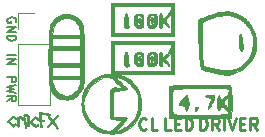
<source format=gbr>
%TF.GenerationSoftware,KiCad,Pcbnew,(5.1.6)-1*%
%TF.CreationDate,2020-08-27T20:00:14-05:00*%
%TF.ProjectId,Rollz LED Driver,526f6c6c-7a20-44c4-9544-204472697665,rev?*%
%TF.SameCoordinates,Original*%
%TF.FileFunction,Legend,Top*%
%TF.FilePolarity,Positive*%
%FSLAX46Y46*%
G04 Gerber Fmt 4.6, Leading zero omitted, Abs format (unit mm)*
G04 Created by KiCad (PCBNEW (5.1.6)-1) date 2020-08-27 20:00:14*
%MOMM*%
%LPD*%
G01*
G04 APERTURE LIST*
%ADD10C,0.250000*%
%ADD11C,0.187500*%
%ADD12C,0.010000*%
%ADD13C,0.350000*%
%ADD14C,0.120000*%
%ADD15C,0.150000*%
G04 APERTURE END LIST*
D10*
X144367142Y-118642380D02*
X143890952Y-118642380D01*
X143890952Y-117642380D01*
X144700476Y-118118571D02*
X145033809Y-118118571D01*
X145176666Y-118642380D02*
X144700476Y-118642380D01*
X144700476Y-117642380D01*
X145176666Y-117642380D01*
X145605238Y-118642380D02*
X145605238Y-117642380D01*
X145843333Y-117642380D01*
X145986190Y-117690000D01*
X146081428Y-117785238D01*
X146129047Y-117880476D01*
X146176666Y-118070952D01*
X146176666Y-118213809D01*
X146129047Y-118404285D01*
X146081428Y-118499523D01*
X145986190Y-118594761D01*
X145843333Y-118642380D01*
X145605238Y-118642380D01*
X142284761Y-118547142D02*
X142237142Y-118594761D01*
X142094285Y-118642380D01*
X141999047Y-118642380D01*
X141856190Y-118594761D01*
X141760952Y-118499523D01*
X141713333Y-118404285D01*
X141665714Y-118213809D01*
X141665714Y-118070952D01*
X141713333Y-117880476D01*
X141760952Y-117785238D01*
X141856190Y-117690000D01*
X141999047Y-117642380D01*
X142094285Y-117642380D01*
X142237142Y-117690000D01*
X142284761Y-117737619D01*
X143189523Y-118642380D02*
X142713333Y-118642380D01*
X142713333Y-117642380D01*
X146839047Y-118632380D02*
X146839047Y-117632380D01*
X147077142Y-117632380D01*
X147220000Y-117680000D01*
X147315238Y-117775238D01*
X147362857Y-117870476D01*
X147410476Y-118060952D01*
X147410476Y-118203809D01*
X147362857Y-118394285D01*
X147315238Y-118489523D01*
X147220000Y-118584761D01*
X147077142Y-118632380D01*
X146839047Y-118632380D01*
X148410476Y-118632380D02*
X148077142Y-118156190D01*
X147839047Y-118632380D02*
X147839047Y-117632380D01*
X148220000Y-117632380D01*
X148315238Y-117680000D01*
X148362857Y-117727619D01*
X148410476Y-117822857D01*
X148410476Y-117965714D01*
X148362857Y-118060952D01*
X148315238Y-118108571D01*
X148220000Y-118156190D01*
X147839047Y-118156190D01*
X148839047Y-118632380D02*
X148839047Y-117632380D01*
X149172380Y-117632380D02*
X149505714Y-118632380D01*
X149839047Y-117632380D01*
X150172380Y-118108571D02*
X150505714Y-118108571D01*
X150648571Y-118632380D02*
X150172380Y-118632380D01*
X150172380Y-117632380D01*
X150648571Y-117632380D01*
X151648571Y-118632380D02*
X151315238Y-118156190D01*
X151077142Y-118632380D02*
X151077142Y-117632380D01*
X151458095Y-117632380D01*
X151553333Y-117680000D01*
X151600952Y-117727619D01*
X151648571Y-117822857D01*
X151648571Y-117965714D01*
X151600952Y-118060952D01*
X151553333Y-118108571D01*
X151458095Y-118156190D01*
X151077142Y-118156190D01*
D11*
X130510714Y-114170000D02*
X131260714Y-114170000D01*
X131260714Y-114455714D01*
X131225000Y-114527142D01*
X131189285Y-114562857D01*
X131117857Y-114598571D01*
X131010714Y-114598571D01*
X130939285Y-114562857D01*
X130903571Y-114527142D01*
X130867857Y-114455714D01*
X130867857Y-114170000D01*
X131260714Y-114848571D02*
X130510714Y-115027142D01*
X131046428Y-115170000D01*
X130510714Y-115312857D01*
X131260714Y-115491428D01*
X130510714Y-116205714D02*
X130867857Y-115955714D01*
X130510714Y-115777142D02*
X131260714Y-115777142D01*
X131260714Y-116062857D01*
X131225000Y-116134285D01*
X131189285Y-116170000D01*
X131117857Y-116205714D01*
X131010714Y-116205714D01*
X130939285Y-116170000D01*
X130903571Y-116134285D01*
X130867857Y-116062857D01*
X130867857Y-115777142D01*
X131225000Y-109538571D02*
X131260714Y-109467142D01*
X131260714Y-109360000D01*
X131225000Y-109252857D01*
X131153571Y-109181428D01*
X131082142Y-109145714D01*
X130939285Y-109110000D01*
X130832142Y-109110000D01*
X130689285Y-109145714D01*
X130617857Y-109181428D01*
X130546428Y-109252857D01*
X130510714Y-109360000D01*
X130510714Y-109431428D01*
X130546428Y-109538571D01*
X130582142Y-109574285D01*
X130832142Y-109574285D01*
X130832142Y-109431428D01*
X130510714Y-109895714D02*
X131260714Y-109895714D01*
X130510714Y-110324285D01*
X131260714Y-110324285D01*
X130510714Y-110681428D02*
X131260714Y-110681428D01*
X131260714Y-110860000D01*
X131225000Y-110967142D01*
X131153571Y-111038571D01*
X131082142Y-111074285D01*
X130939285Y-111110000D01*
X130832142Y-111110000D01*
X130689285Y-111074285D01*
X130617857Y-111038571D01*
X130546428Y-110967142D01*
X130510714Y-110860000D01*
X130510714Y-110681428D01*
X130510714Y-112277142D02*
X131260714Y-112277142D01*
X130510714Y-112634285D02*
X131260714Y-112634285D01*
X130510714Y-113062857D01*
X131260714Y-113062857D01*
D12*
%TO.C,*%
G36*
X135750692Y-108853298D02*
G01*
X135999741Y-108917329D01*
X136233625Y-109024587D01*
X136447185Y-109173241D01*
X136635257Y-109361459D01*
X136792680Y-109587411D01*
X136792939Y-109587861D01*
X136821738Y-109643902D01*
X136847362Y-109708049D01*
X136869987Y-109783347D01*
X136889790Y-109872844D01*
X136906946Y-109979585D01*
X136921631Y-110106618D01*
X136934022Y-110256988D01*
X136944294Y-110433743D01*
X136952624Y-110639927D01*
X136959188Y-110878588D01*
X136964162Y-111152772D01*
X136967721Y-111465525D01*
X136970043Y-111819895D01*
X136971303Y-112218926D01*
X136971678Y-112665666D01*
X136971677Y-112679789D01*
X136971412Y-113079767D01*
X136970645Y-113431538D01*
X136969337Y-113737741D01*
X136967450Y-114001019D01*
X136964944Y-114224013D01*
X136961779Y-114409363D01*
X136957918Y-114559711D01*
X136953321Y-114677697D01*
X136947948Y-114765963D01*
X136941761Y-114827150D01*
X136939685Y-114840951D01*
X136903636Y-115002867D01*
X136849562Y-115147175D01*
X136771118Y-115285118D01*
X136661957Y-115427938D01*
X136522546Y-115579892D01*
X136364422Y-115735704D01*
X136227874Y-115854790D01*
X136105898Y-115942484D01*
X135991492Y-116004120D01*
X135936586Y-116026241D01*
X135831786Y-116051758D01*
X135693192Y-116068469D01*
X135537183Y-116075852D01*
X135380134Y-116073385D01*
X135238425Y-116060544D01*
X135179900Y-116050382D01*
X134969218Y-115994884D01*
X134793682Y-115922818D01*
X134638573Y-115827576D01*
X134576378Y-115779401D01*
X134480169Y-115694548D01*
X134394689Y-115604834D01*
X134319332Y-115506957D01*
X134253497Y-115397609D01*
X134196579Y-115273487D01*
X134147975Y-115131286D01*
X134107083Y-114967700D01*
X134073299Y-114779425D01*
X134046019Y-114563155D01*
X134024640Y-114315587D01*
X134008560Y-114033414D01*
X133997174Y-113713332D01*
X133989880Y-113352037D01*
X133989299Y-113290000D01*
X134258106Y-113290000D01*
X134271112Y-113868428D01*
X134276004Y-114063156D01*
X134281447Y-114216440D01*
X134288327Y-114337688D01*
X134297536Y-114436304D01*
X134309963Y-114521696D01*
X134326496Y-114603269D01*
X134348026Y-114690430D01*
X134349300Y-114695294D01*
X134428419Y-114950170D01*
X134522222Y-115161097D01*
X134634803Y-115333862D01*
X134770259Y-115474252D01*
X134932684Y-115588054D01*
X135010531Y-115629611D01*
X135199317Y-115712689D01*
X135363795Y-115760956D01*
X135515175Y-115775988D01*
X135664673Y-115759360D01*
X135758585Y-115734700D01*
X135902813Y-115677201D01*
X136042131Y-115593521D01*
X136186487Y-115476834D01*
X136313496Y-115353889D01*
X136469727Y-115166736D01*
X136578395Y-114972743D01*
X136642785Y-114765606D01*
X136653796Y-114701111D01*
X136661030Y-114624272D01*
X136667496Y-114506424D01*
X136672876Y-114357403D01*
X136676853Y-114187050D01*
X136679108Y-114005202D01*
X136679496Y-113906566D01*
X136680000Y-113290000D01*
X134258106Y-113290000D01*
X133989299Y-113290000D01*
X133986074Y-112946222D01*
X133985132Y-112540383D01*
X133986178Y-112120810D01*
X133988099Y-111891601D01*
X134315435Y-111891601D01*
X134315435Y-112984894D01*
X136680000Y-112984894D01*
X136680000Y-111891601D01*
X134315435Y-111891601D01*
X133988099Y-111891601D01*
X133989303Y-111748034D01*
X133994741Y-111418034D01*
X134000770Y-111198091D01*
X134264585Y-111198091D01*
X134264585Y-111586496D01*
X136686102Y-111586496D01*
X136673499Y-110944504D01*
X136668848Y-110735325D01*
X136663644Y-110569083D01*
X136657271Y-110437863D01*
X136649112Y-110333752D01*
X136638552Y-110248834D01*
X136624973Y-110175197D01*
X136608272Y-110106824D01*
X136533921Y-109877940D01*
X136443209Y-109688904D01*
X136331325Y-109530043D01*
X136308098Y-109503386D01*
X136158058Y-109372889D01*
X135976073Y-109273962D01*
X135771502Y-109208512D01*
X135553699Y-109178443D01*
X135332024Y-109185661D01*
X135115832Y-109232071D01*
X135063807Y-109249995D01*
X134927995Y-109321168D01*
X134789534Y-109429574D01*
X134660133Y-109563666D01*
X134551503Y-109711894D01*
X134499297Y-109806716D01*
X134410941Y-110027932D01*
X134344162Y-110276829D01*
X134298100Y-110558495D01*
X134271897Y-110878016D01*
X134264585Y-111198091D01*
X134000770Y-111198091D01*
X134002725Y-111126789D01*
X134013486Y-110870278D01*
X134027257Y-110644482D01*
X134044271Y-110445379D01*
X134064761Y-110268949D01*
X134088958Y-110111171D01*
X134117095Y-109968025D01*
X134139304Y-109874200D01*
X134220778Y-109624594D01*
X134330425Y-109415003D01*
X134472558Y-109240536D01*
X134651490Y-109096303D01*
X134871536Y-108977413D01*
X134964176Y-108938891D01*
X135227748Y-108862248D01*
X135491640Y-108834328D01*
X135750692Y-108853298D01*
G37*
X135750692Y-108853298D02*
X135999741Y-108917329D01*
X136233625Y-109024587D01*
X136447185Y-109173241D01*
X136635257Y-109361459D01*
X136792680Y-109587411D01*
X136792939Y-109587861D01*
X136821738Y-109643902D01*
X136847362Y-109708049D01*
X136869987Y-109783347D01*
X136889790Y-109872844D01*
X136906946Y-109979585D01*
X136921631Y-110106618D01*
X136934022Y-110256988D01*
X136944294Y-110433743D01*
X136952624Y-110639927D01*
X136959188Y-110878588D01*
X136964162Y-111152772D01*
X136967721Y-111465525D01*
X136970043Y-111819895D01*
X136971303Y-112218926D01*
X136971678Y-112665666D01*
X136971677Y-112679789D01*
X136971412Y-113079767D01*
X136970645Y-113431538D01*
X136969337Y-113737741D01*
X136967450Y-114001019D01*
X136964944Y-114224013D01*
X136961779Y-114409363D01*
X136957918Y-114559711D01*
X136953321Y-114677697D01*
X136947948Y-114765963D01*
X136941761Y-114827150D01*
X136939685Y-114840951D01*
X136903636Y-115002867D01*
X136849562Y-115147175D01*
X136771118Y-115285118D01*
X136661957Y-115427938D01*
X136522546Y-115579892D01*
X136364422Y-115735704D01*
X136227874Y-115854790D01*
X136105898Y-115942484D01*
X135991492Y-116004120D01*
X135936586Y-116026241D01*
X135831786Y-116051758D01*
X135693192Y-116068469D01*
X135537183Y-116075852D01*
X135380134Y-116073385D01*
X135238425Y-116060544D01*
X135179900Y-116050382D01*
X134969218Y-115994884D01*
X134793682Y-115922818D01*
X134638573Y-115827576D01*
X134576378Y-115779401D01*
X134480169Y-115694548D01*
X134394689Y-115604834D01*
X134319332Y-115506957D01*
X134253497Y-115397609D01*
X134196579Y-115273487D01*
X134147975Y-115131286D01*
X134107083Y-114967700D01*
X134073299Y-114779425D01*
X134046019Y-114563155D01*
X134024640Y-114315587D01*
X134008560Y-114033414D01*
X133997174Y-113713332D01*
X133989880Y-113352037D01*
X133989299Y-113290000D01*
X134258106Y-113290000D01*
X134271112Y-113868428D01*
X134276004Y-114063156D01*
X134281447Y-114216440D01*
X134288327Y-114337688D01*
X134297536Y-114436304D01*
X134309963Y-114521696D01*
X134326496Y-114603269D01*
X134348026Y-114690430D01*
X134349300Y-114695294D01*
X134428419Y-114950170D01*
X134522222Y-115161097D01*
X134634803Y-115333862D01*
X134770259Y-115474252D01*
X134932684Y-115588054D01*
X135010531Y-115629611D01*
X135199317Y-115712689D01*
X135363795Y-115760956D01*
X135515175Y-115775988D01*
X135664673Y-115759360D01*
X135758585Y-115734700D01*
X135902813Y-115677201D01*
X136042131Y-115593521D01*
X136186487Y-115476834D01*
X136313496Y-115353889D01*
X136469727Y-115166736D01*
X136578395Y-114972743D01*
X136642785Y-114765606D01*
X136653796Y-114701111D01*
X136661030Y-114624272D01*
X136667496Y-114506424D01*
X136672876Y-114357403D01*
X136676853Y-114187050D01*
X136679108Y-114005202D01*
X136679496Y-113906566D01*
X136680000Y-113290000D01*
X134258106Y-113290000D01*
X133989299Y-113290000D01*
X133986074Y-112946222D01*
X133985132Y-112540383D01*
X133986178Y-112120810D01*
X133988099Y-111891601D01*
X134315435Y-111891601D01*
X134315435Y-112984894D01*
X136680000Y-112984894D01*
X136680000Y-111891601D01*
X134315435Y-111891601D01*
X133988099Y-111891601D01*
X133989303Y-111748034D01*
X133994741Y-111418034D01*
X134000770Y-111198091D01*
X134264585Y-111198091D01*
X134264585Y-111586496D01*
X136686102Y-111586496D01*
X136673499Y-110944504D01*
X136668848Y-110735325D01*
X136663644Y-110569083D01*
X136657271Y-110437863D01*
X136649112Y-110333752D01*
X136638552Y-110248834D01*
X136624973Y-110175197D01*
X136608272Y-110106824D01*
X136533921Y-109877940D01*
X136443209Y-109688904D01*
X136331325Y-109530043D01*
X136308098Y-109503386D01*
X136158058Y-109372889D01*
X135976073Y-109273962D01*
X135771502Y-109208512D01*
X135553699Y-109178443D01*
X135332024Y-109185661D01*
X135115832Y-109232071D01*
X135063807Y-109249995D01*
X134927995Y-109321168D01*
X134789534Y-109429574D01*
X134660133Y-109563666D01*
X134551503Y-109711894D01*
X134499297Y-109806716D01*
X134410941Y-110027932D01*
X134344162Y-110276829D01*
X134298100Y-110558495D01*
X134271897Y-110878016D01*
X134264585Y-111198091D01*
X134000770Y-111198091D01*
X134002725Y-111126789D01*
X134013486Y-110870278D01*
X134027257Y-110644482D01*
X134044271Y-110445379D01*
X134064761Y-110268949D01*
X134088958Y-110111171D01*
X134117095Y-109968025D01*
X134139304Y-109874200D01*
X134220778Y-109624594D01*
X134330425Y-109415003D01*
X134472558Y-109240536D01*
X134651490Y-109096303D01*
X134871536Y-108977413D01*
X134964176Y-108938891D01*
X135227748Y-108862248D01*
X135491640Y-108834328D01*
X135750692Y-108853298D01*
D13*
X134298100Y-110790000D02*
X136798100Y-110790000D01*
X134281447Y-114216440D02*
X136781447Y-114216440D01*
D12*
%TO.C,G\u002A\u002A\u002A*%
G36*
X132206194Y-117329101D02*
G01*
X132227907Y-117358571D01*
X132205562Y-117411441D01*
X132201205Y-117417812D01*
X132156444Y-117464957D01*
X132120351Y-117462308D01*
X132089076Y-117409515D01*
X132088325Y-117407556D01*
X132068305Y-117349756D01*
X132074088Y-117325398D01*
X132113947Y-117320028D01*
X132138455Y-117319960D01*
X132206194Y-117329101D01*
G37*
X132206194Y-117329101D02*
X132227907Y-117358571D01*
X132205562Y-117411441D01*
X132201205Y-117417812D01*
X132156444Y-117464957D01*
X132120351Y-117462308D01*
X132089076Y-117409515D01*
X132088325Y-117407556D01*
X132068305Y-117349756D01*
X132074088Y-117325398D01*
X132113947Y-117320028D01*
X132138455Y-117319960D01*
X132206194Y-117329101D01*
G36*
X131984462Y-117320159D02*
G01*
X131984063Y-117374319D01*
X131982371Y-117390773D01*
X131971813Y-117442301D01*
X131947414Y-117453950D01*
X131916817Y-117445050D01*
X131870551Y-117408964D01*
X131861861Y-117361655D01*
X131890902Y-117321683D01*
X131915704Y-117311194D01*
X131964787Y-117302831D01*
X131984462Y-117320159D01*
G37*
X131984462Y-117320159D02*
X131984063Y-117374319D01*
X131982371Y-117390773D01*
X131971813Y-117442301D01*
X131947414Y-117453950D01*
X131916817Y-117445050D01*
X131870551Y-117408964D01*
X131861861Y-117361655D01*
X131890902Y-117321683D01*
X131915704Y-117311194D01*
X131964787Y-117302831D01*
X131984462Y-117320159D01*
G36*
X131569677Y-117464526D02*
G01*
X131624428Y-117509667D01*
X131692578Y-117573851D01*
X131706406Y-117587711D01*
X131775413Y-117659092D01*
X131812932Y-117704727D01*
X131824032Y-117734435D01*
X131813784Y-117758036D01*
X131801314Y-117771543D01*
X131773799Y-117793828D01*
X131746930Y-117793306D01*
X131708013Y-117765122D01*
X131656218Y-117716018D01*
X131597598Y-117660344D01*
X131561666Y-117635972D01*
X131534681Y-117638505D01*
X131502902Y-117663548D01*
X131500098Y-117666071D01*
X131477247Y-117689486D01*
X131462588Y-117717167D01*
X131455099Y-117758972D01*
X131453757Y-117824757D01*
X131457540Y-117924377D01*
X131462957Y-118024236D01*
X131469672Y-118155674D01*
X131471797Y-118244957D01*
X131468675Y-118300782D01*
X131459646Y-118331846D01*
X131444052Y-118346846D01*
X131438331Y-118349386D01*
X131396547Y-118361542D01*
X131370677Y-118352567D01*
X131355217Y-118313671D01*
X131344666Y-118236064D01*
X131340694Y-118193403D01*
X131331507Y-118084456D01*
X131320856Y-117949854D01*
X131310726Y-117814830D01*
X131308607Y-117785371D01*
X131291815Y-117549478D01*
X131354907Y-117549478D01*
X131420069Y-117531033D01*
X131464157Y-117498474D01*
X131508488Y-117460278D01*
X131539111Y-117447470D01*
X131569677Y-117464526D01*
G37*
X131569677Y-117464526D02*
X131624428Y-117509667D01*
X131692578Y-117573851D01*
X131706406Y-117587711D01*
X131775413Y-117659092D01*
X131812932Y-117704727D01*
X131824032Y-117734435D01*
X131813784Y-117758036D01*
X131801314Y-117771543D01*
X131773799Y-117793828D01*
X131746930Y-117793306D01*
X131708013Y-117765122D01*
X131656218Y-117716018D01*
X131597598Y-117660344D01*
X131561666Y-117635972D01*
X131534681Y-117638505D01*
X131502902Y-117663548D01*
X131500098Y-117666071D01*
X131477247Y-117689486D01*
X131462588Y-117717167D01*
X131455099Y-117758972D01*
X131453757Y-117824757D01*
X131457540Y-117924377D01*
X131462957Y-118024236D01*
X131469672Y-118155674D01*
X131471797Y-118244957D01*
X131468675Y-118300782D01*
X131459646Y-118331846D01*
X131444052Y-118346846D01*
X131438331Y-118349386D01*
X131396547Y-118361542D01*
X131370677Y-118352567D01*
X131355217Y-118313671D01*
X131344666Y-118236064D01*
X131340694Y-118193403D01*
X131331507Y-118084456D01*
X131320856Y-117949854D01*
X131310726Y-117814830D01*
X131308607Y-117785371D01*
X131291815Y-117549478D01*
X131354907Y-117549478D01*
X131420069Y-117531033D01*
X131464157Y-117498474D01*
X131508488Y-117460278D01*
X131539111Y-117447470D01*
X131569677Y-117464526D01*
G36*
X131082826Y-117511991D02*
G01*
X131178975Y-117565731D01*
X131234861Y-117605327D01*
X131256635Y-117637778D01*
X131250448Y-117670084D01*
X131238359Y-117688964D01*
X131216046Y-117713554D01*
X131189708Y-117717726D01*
X131145536Y-117699252D01*
X131083448Y-117663956D01*
X130962205Y-117592903D01*
X130656374Y-117898734D01*
X130843372Y-118054207D01*
X130930413Y-118125755D01*
X130987817Y-118168713D01*
X131024926Y-118187386D01*
X131051084Y-118186077D01*
X131075632Y-118169090D01*
X131081500Y-118163894D01*
X131142793Y-118114654D01*
X131184037Y-118100819D01*
X131218830Y-118119460D01*
X131230763Y-118131741D01*
X131250437Y-118159167D01*
X131247403Y-118184550D01*
X131215414Y-118218498D01*
X131148511Y-118271401D01*
X131081999Y-118320821D01*
X131033364Y-118354522D01*
X131015093Y-118364512D01*
X130993074Y-118348532D01*
X130939861Y-118305526D01*
X130862972Y-118241681D01*
X130769919Y-118163184D01*
X130750101Y-118146331D01*
X130654723Y-118064208D01*
X130574550Y-117993456D01*
X130517059Y-117940802D01*
X130489731Y-117912975D01*
X130488572Y-117911067D01*
X130503151Y-117887283D01*
X130547654Y-117835312D01*
X130615428Y-117762512D01*
X130699817Y-117676243D01*
X130711478Y-117664604D01*
X130940893Y-117436252D01*
X131082826Y-117511991D01*
G37*
X131082826Y-117511991D02*
X131178975Y-117565731D01*
X131234861Y-117605327D01*
X131256635Y-117637778D01*
X131250448Y-117670084D01*
X131238359Y-117688964D01*
X131216046Y-117713554D01*
X131189708Y-117717726D01*
X131145536Y-117699252D01*
X131083448Y-117663956D01*
X130962205Y-117592903D01*
X130656374Y-117898734D01*
X130843372Y-118054207D01*
X130930413Y-118125755D01*
X130987817Y-118168713D01*
X131024926Y-118187386D01*
X131051084Y-118186077D01*
X131075632Y-118169090D01*
X131081500Y-118163894D01*
X131142793Y-118114654D01*
X131184037Y-118100819D01*
X131218830Y-118119460D01*
X131230763Y-118131741D01*
X131250437Y-118159167D01*
X131247403Y-118184550D01*
X131215414Y-118218498D01*
X131148511Y-118271401D01*
X131081999Y-118320821D01*
X131033364Y-118354522D01*
X131015093Y-118364512D01*
X130993074Y-118348532D01*
X130939861Y-118305526D01*
X130862972Y-118241681D01*
X130769919Y-118163184D01*
X130750101Y-118146331D01*
X130654723Y-118064208D01*
X130574550Y-117993456D01*
X130517059Y-117940802D01*
X130489731Y-117912975D01*
X130488572Y-117911067D01*
X130503151Y-117887283D01*
X130547654Y-117835312D01*
X130615428Y-117762512D01*
X130699817Y-117676243D01*
X130711478Y-117664604D01*
X130940893Y-117436252D01*
X131082826Y-117511991D01*
G36*
X132969997Y-117578875D02*
G01*
X133059044Y-117633565D01*
X133108869Y-117673511D01*
X133125885Y-117706753D01*
X133116502Y-117741327D01*
X133109287Y-117753494D01*
X133089047Y-117772249D01*
X133056463Y-117769746D01*
X132999108Y-117743399D01*
X132961208Y-117722685D01*
X132837553Y-117653624D01*
X132687432Y-117805327D01*
X132611684Y-117887342D01*
X132568290Y-117946739D01*
X132560618Y-117978834D01*
X132561779Y-117980208D01*
X132592038Y-118006991D01*
X132649852Y-118056778D01*
X132723763Y-118119716D01*
X132738504Y-118132198D01*
X132890762Y-118261011D01*
X132976076Y-118195939D01*
X133030938Y-118156486D01*
X133062128Y-118146503D01*
X133085810Y-118163606D01*
X133097238Y-118178074D01*
X133113928Y-118208374D01*
X133107214Y-118237933D01*
X133070983Y-118278847D01*
X133025429Y-118320152D01*
X132962073Y-118372152D01*
X132912090Y-118406323D01*
X132892269Y-118414347D01*
X132864398Y-118398378D01*
X132805988Y-118355118D01*
X132724987Y-118290749D01*
X132629342Y-118211452D01*
X132606359Y-118191966D01*
X132345951Y-117970261D01*
X132822105Y-117492459D01*
X132969997Y-117578875D01*
G37*
X132969997Y-117578875D02*
X133059044Y-117633565D01*
X133108869Y-117673511D01*
X133125885Y-117706753D01*
X133116502Y-117741327D01*
X133109287Y-117753494D01*
X133089047Y-117772249D01*
X133056463Y-117769746D01*
X132999108Y-117743399D01*
X132961208Y-117722685D01*
X132837553Y-117653624D01*
X132687432Y-117805327D01*
X132611684Y-117887342D01*
X132568290Y-117946739D01*
X132560618Y-117978834D01*
X132561779Y-117980208D01*
X132592038Y-118006991D01*
X132649852Y-118056778D01*
X132723763Y-118119716D01*
X132738504Y-118132198D01*
X132890762Y-118261011D01*
X132976076Y-118195939D01*
X133030938Y-118156486D01*
X133062128Y-118146503D01*
X133085810Y-118163606D01*
X133097238Y-118178074D01*
X133113928Y-118208374D01*
X133107214Y-118237933D01*
X133070983Y-118278847D01*
X133025429Y-118320152D01*
X132962073Y-118372152D01*
X132912090Y-118406323D01*
X132892269Y-118414347D01*
X132864398Y-118398378D01*
X132805988Y-118355118D01*
X132724987Y-118290749D01*
X132629342Y-118211452D01*
X132606359Y-118191966D01*
X132345951Y-117970261D01*
X132822105Y-117492459D01*
X132969997Y-117578875D01*
G36*
X132323671Y-117868253D02*
G01*
X132329441Y-117999851D01*
X132332874Y-118114327D01*
X132333783Y-118201462D01*
X132331978Y-118251040D01*
X132330847Y-118257158D01*
X132302039Y-118283614D01*
X132257883Y-118287199D01*
X132222905Y-118269280D01*
X132216466Y-118250783D01*
X132207580Y-118215158D01*
X132185628Y-118221856D01*
X132157663Y-118266333D01*
X132145304Y-118296610D01*
X132113760Y-118369584D01*
X132080117Y-118428256D01*
X132079658Y-118428888D01*
X132052056Y-118462259D01*
X132037932Y-118453618D01*
X132029148Y-118427689D01*
X132016890Y-118381763D01*
X131996830Y-118299849D01*
X131971310Y-118192193D01*
X131942672Y-118069042D01*
X131913258Y-117940644D01*
X131885407Y-117817246D01*
X131861464Y-117709095D01*
X131843768Y-117626438D01*
X131834661Y-117579522D01*
X131833936Y-117573395D01*
X131855704Y-117555194D01*
X131895598Y-117549478D01*
X131924559Y-117553123D01*
X131946383Y-117570092D01*
X131965358Y-117609435D01*
X131985771Y-117680201D01*
X132011912Y-117791440D01*
X132013422Y-117798122D01*
X132038526Y-117905757D01*
X132060784Y-117994869D01*
X132077146Y-118053567D01*
X132083071Y-118069607D01*
X132102041Y-118064659D01*
X132132982Y-118024479D01*
X132143789Y-118005852D01*
X132169762Y-117943372D01*
X132183146Y-117866616D01*
X132186152Y-117760079D01*
X132185229Y-117715241D01*
X132182987Y-117614086D01*
X132185303Y-117553508D01*
X132195103Y-117523106D01*
X132215308Y-117512478D01*
X132242579Y-117511225D01*
X132305723Y-117511225D01*
X132323671Y-117868253D01*
G37*
X132323671Y-117868253D02*
X132329441Y-117999851D01*
X132332874Y-118114327D01*
X132333783Y-118201462D01*
X132331978Y-118251040D01*
X132330847Y-118257158D01*
X132302039Y-118283614D01*
X132257883Y-118287199D01*
X132222905Y-118269280D01*
X132216466Y-118250783D01*
X132207580Y-118215158D01*
X132185628Y-118221856D01*
X132157663Y-118266333D01*
X132145304Y-118296610D01*
X132113760Y-118369584D01*
X132080117Y-118428256D01*
X132079658Y-118428888D01*
X132052056Y-118462259D01*
X132037932Y-118453618D01*
X132029148Y-118427689D01*
X132016890Y-118381763D01*
X131996830Y-118299849D01*
X131971310Y-118192193D01*
X131942672Y-118069042D01*
X131913258Y-117940644D01*
X131885407Y-117817246D01*
X131861464Y-117709095D01*
X131843768Y-117626438D01*
X131834661Y-117579522D01*
X131833936Y-117573395D01*
X131855704Y-117555194D01*
X131895598Y-117549478D01*
X131924559Y-117553123D01*
X131946383Y-117570092D01*
X131965358Y-117609435D01*
X131985771Y-117680201D01*
X132011912Y-117791440D01*
X132013422Y-117798122D01*
X132038526Y-117905757D01*
X132060784Y-117994869D01*
X132077146Y-118053567D01*
X132083071Y-118069607D01*
X132102041Y-118064659D01*
X132132982Y-118024479D01*
X132143789Y-118005852D01*
X132169762Y-117943372D01*
X132183146Y-117866616D01*
X132186152Y-117760079D01*
X132185229Y-117715241D01*
X132182987Y-117614086D01*
X132185303Y-117553508D01*
X132195103Y-117523106D01*
X132215308Y-117512478D01*
X132242579Y-117511225D01*
X132305723Y-117511225D01*
X132323671Y-117868253D01*
G36*
X133246726Y-117145165D02*
G01*
X133327755Y-117156151D01*
X133435834Y-117172528D01*
X133560994Y-117192608D01*
X133693266Y-117214702D01*
X133822682Y-117237121D01*
X133939274Y-117258178D01*
X134033074Y-117276183D01*
X134094114Y-117289448D01*
X134112523Y-117295375D01*
X134125578Y-117332367D01*
X134113039Y-117376232D01*
X134084713Y-117404749D01*
X134064056Y-117405187D01*
X134036273Y-117399484D01*
X134031979Y-117415210D01*
X134053469Y-117456993D01*
X134103038Y-117529464D01*
X134171772Y-117622380D01*
X134316435Y-117814582D01*
X134540159Y-117573646D01*
X134632239Y-117475314D01*
X134696698Y-117409881D01*
X134740162Y-117372451D01*
X134769258Y-117358126D01*
X134790613Y-117362011D01*
X134807632Y-117375978D01*
X134823544Y-117395927D01*
X134826089Y-117418717D01*
X134810879Y-117451465D01*
X134773528Y-117501287D01*
X134709648Y-117575301D01*
X134630509Y-117663329D01*
X134547742Y-117756189D01*
X134479154Y-117835796D01*
X134431200Y-117894459D01*
X134410339Y-117924488D01*
X134409945Y-117926086D01*
X134424400Y-117952557D01*
X134463672Y-118011479D01*
X134521993Y-118094488D01*
X134593593Y-118193223D01*
X134603689Y-118206930D01*
X134684770Y-118318846D01*
X134737714Y-118397906D01*
X134766283Y-118451053D01*
X134774238Y-118485230D01*
X134766023Y-118506579D01*
X134730953Y-118538118D01*
X134715648Y-118544056D01*
X134693838Y-118524771D01*
X134648528Y-118472212D01*
X134586260Y-118394323D01*
X134513577Y-118299046D01*
X134510864Y-118295411D01*
X134438616Y-118198689D01*
X134377902Y-118117617D01*
X134334970Y-118060527D01*
X134316068Y-118035746D01*
X134315933Y-118035583D01*
X134295881Y-118048439D01*
X134248555Y-118091803D01*
X134181252Y-118158685D01*
X134109432Y-118233418D01*
X134023418Y-118323623D01*
X133964331Y-118381380D01*
X133924667Y-118411865D01*
X133896922Y-118420257D01*
X133873589Y-118411732D01*
X133862531Y-118403758D01*
X133837681Y-118380979D01*
X133833710Y-118357776D01*
X133855050Y-118323095D01*
X133906133Y-118265886D01*
X133926508Y-118244177D01*
X134006377Y-118159028D01*
X134089883Y-118069563D01*
X134136314Y-118019574D01*
X134232326Y-117915876D01*
X134064553Y-117693450D01*
X133976600Y-117570445D01*
X133925126Y-117482990D01*
X133910096Y-117431024D01*
X133911083Y-117425959D01*
X133911914Y-117405141D01*
X133893945Y-117388541D01*
X133849182Y-117373435D01*
X133769626Y-117357102D01*
X133651096Y-117337422D01*
X133536456Y-117319697D01*
X133439338Y-117305507D01*
X133371515Y-117296523D01*
X133346414Y-117294203D01*
X133330500Y-117311262D01*
X133324513Y-117366032D01*
X133327893Y-117464429D01*
X133328895Y-117479347D01*
X133338156Y-117606558D01*
X133347981Y-117691471D01*
X133363024Y-117742629D01*
X133387933Y-117768574D01*
X133427362Y-117777850D01*
X133485962Y-117778999D01*
X133492052Y-117778996D01*
X133567547Y-117781081D01*
X133605142Y-117791710D01*
X133617904Y-117817439D01*
X133619076Y-117842751D01*
X133614942Y-117880589D01*
X133593844Y-117899465D01*
X133542739Y-117905902D01*
X133491566Y-117906506D01*
X133418817Y-117910068D01*
X133372650Y-117919175D01*
X133364056Y-117926301D01*
X133367043Y-117959202D01*
X133374996Y-118029512D01*
X133386402Y-118124049D01*
X133390696Y-118158552D01*
X133402827Y-118263853D01*
X133406374Y-118330464D01*
X133400425Y-118370116D01*
X133384068Y-118394542D01*
X133371569Y-118404810D01*
X133327933Y-118423994D01*
X133306073Y-118419326D01*
X133296022Y-118388674D01*
X133282747Y-118321165D01*
X133268248Y-118230679D01*
X133254527Y-118131095D01*
X133243583Y-118036291D01*
X133237418Y-117960147D01*
X133236740Y-117938383D01*
X133215274Y-117912506D01*
X133185542Y-117906506D01*
X133148056Y-117894328D01*
X133135004Y-117849184D01*
X133134538Y-117830800D01*
X133140373Y-117778806D01*
X133162480Y-117767134D01*
X133176481Y-117771189D01*
X133193569Y-117773697D01*
X133204351Y-117760446D01*
X133209415Y-117723802D01*
X133209346Y-117656128D01*
X133204729Y-117549789D01*
X133200027Y-117464365D01*
X133194664Y-117342884D01*
X133193187Y-117242246D01*
X133195518Y-117172016D01*
X133201576Y-117141760D01*
X133202713Y-117141260D01*
X133246726Y-117145165D01*
G37*
X133246726Y-117145165D02*
X133327755Y-117156151D01*
X133435834Y-117172528D01*
X133560994Y-117192608D01*
X133693266Y-117214702D01*
X133822682Y-117237121D01*
X133939274Y-117258178D01*
X134033074Y-117276183D01*
X134094114Y-117289448D01*
X134112523Y-117295375D01*
X134125578Y-117332367D01*
X134113039Y-117376232D01*
X134084713Y-117404749D01*
X134064056Y-117405187D01*
X134036273Y-117399484D01*
X134031979Y-117415210D01*
X134053469Y-117456993D01*
X134103038Y-117529464D01*
X134171772Y-117622380D01*
X134316435Y-117814582D01*
X134540159Y-117573646D01*
X134632239Y-117475314D01*
X134696698Y-117409881D01*
X134740162Y-117372451D01*
X134769258Y-117358126D01*
X134790613Y-117362011D01*
X134807632Y-117375978D01*
X134823544Y-117395927D01*
X134826089Y-117418717D01*
X134810879Y-117451465D01*
X134773528Y-117501287D01*
X134709648Y-117575301D01*
X134630509Y-117663329D01*
X134547742Y-117756189D01*
X134479154Y-117835796D01*
X134431200Y-117894459D01*
X134410339Y-117924488D01*
X134409945Y-117926086D01*
X134424400Y-117952557D01*
X134463672Y-118011479D01*
X134521993Y-118094488D01*
X134593593Y-118193223D01*
X134603689Y-118206930D01*
X134684770Y-118318846D01*
X134737714Y-118397906D01*
X134766283Y-118451053D01*
X134774238Y-118485230D01*
X134766023Y-118506579D01*
X134730953Y-118538118D01*
X134715648Y-118544056D01*
X134693838Y-118524771D01*
X134648528Y-118472212D01*
X134586260Y-118394323D01*
X134513577Y-118299046D01*
X134510864Y-118295411D01*
X134438616Y-118198689D01*
X134377902Y-118117617D01*
X134334970Y-118060527D01*
X134316068Y-118035746D01*
X134315933Y-118035583D01*
X134295881Y-118048439D01*
X134248555Y-118091803D01*
X134181252Y-118158685D01*
X134109432Y-118233418D01*
X134023418Y-118323623D01*
X133964331Y-118381380D01*
X133924667Y-118411865D01*
X133896922Y-118420257D01*
X133873589Y-118411732D01*
X133862531Y-118403758D01*
X133837681Y-118380979D01*
X133833710Y-118357776D01*
X133855050Y-118323095D01*
X133906133Y-118265886D01*
X133926508Y-118244177D01*
X134006377Y-118159028D01*
X134089883Y-118069563D01*
X134136314Y-118019574D01*
X134232326Y-117915876D01*
X134064553Y-117693450D01*
X133976600Y-117570445D01*
X133925126Y-117482990D01*
X133910096Y-117431024D01*
X133911083Y-117425959D01*
X133911914Y-117405141D01*
X133893945Y-117388541D01*
X133849182Y-117373435D01*
X133769626Y-117357102D01*
X133651096Y-117337422D01*
X133536456Y-117319697D01*
X133439338Y-117305507D01*
X133371515Y-117296523D01*
X133346414Y-117294203D01*
X133330500Y-117311262D01*
X133324513Y-117366032D01*
X133327893Y-117464429D01*
X133328895Y-117479347D01*
X133338156Y-117606558D01*
X133347981Y-117691471D01*
X133363024Y-117742629D01*
X133387933Y-117768574D01*
X133427362Y-117777850D01*
X133485962Y-117778999D01*
X133492052Y-117778996D01*
X133567547Y-117781081D01*
X133605142Y-117791710D01*
X133617904Y-117817439D01*
X133619076Y-117842751D01*
X133614942Y-117880589D01*
X133593844Y-117899465D01*
X133542739Y-117905902D01*
X133491566Y-117906506D01*
X133418817Y-117910068D01*
X133372650Y-117919175D01*
X133364056Y-117926301D01*
X133367043Y-117959202D01*
X133374996Y-118029512D01*
X133386402Y-118124049D01*
X133390696Y-118158552D01*
X133402827Y-118263853D01*
X133406374Y-118330464D01*
X133400425Y-118370116D01*
X133384068Y-118394542D01*
X133371569Y-118404810D01*
X133327933Y-118423994D01*
X133306073Y-118419326D01*
X133296022Y-118388674D01*
X133282747Y-118321165D01*
X133268248Y-118230679D01*
X133254527Y-118131095D01*
X133243583Y-118036291D01*
X133237418Y-117960147D01*
X133236740Y-117938383D01*
X133215274Y-117912506D01*
X133185542Y-117906506D01*
X133148056Y-117894328D01*
X133135004Y-117849184D01*
X133134538Y-117830800D01*
X133140373Y-117778806D01*
X133162480Y-117767134D01*
X133176481Y-117771189D01*
X133193569Y-117773697D01*
X133204351Y-117760446D01*
X133209415Y-117723802D01*
X133209346Y-117656128D01*
X133204729Y-117549789D01*
X133200027Y-117464365D01*
X133194664Y-117342884D01*
X133193187Y-117242246D01*
X133195518Y-117172016D01*
X133201576Y-117141760D01*
X133202713Y-117141260D01*
X133246726Y-117145165D01*
%TO.C,*%
G36*
X141815941Y-116809905D02*
G01*
X141753034Y-117149424D01*
X141650215Y-117469484D01*
X141603693Y-117577675D01*
X141438351Y-117875690D01*
X141231960Y-118146547D01*
X140989037Y-118386004D01*
X140714098Y-118589822D01*
X140411661Y-118753756D01*
X140301634Y-118800341D01*
X140000660Y-118893744D01*
X139676596Y-118948717D01*
X139339120Y-118965917D01*
X138997908Y-118946000D01*
X138662638Y-118889623D01*
X138342986Y-118797443D01*
X138048629Y-118670118D01*
X138000188Y-118644133D01*
X137750017Y-118480205D01*
X137517047Y-118278163D01*
X137307068Y-118045897D01*
X137125871Y-117791294D01*
X136979247Y-117522245D01*
X136872985Y-117246638D01*
X136823323Y-117040740D01*
X136801227Y-116871164D01*
X136787358Y-116672279D01*
X136782399Y-116465218D01*
X136787034Y-116271116D01*
X136795049Y-116166323D01*
X136838939Y-115853116D01*
X136903394Y-115578737D01*
X136992525Y-115333735D01*
X137110440Y-115108664D01*
X137261249Y-114894073D01*
X137434677Y-114695570D01*
X137628785Y-114506375D01*
X137820273Y-114353395D01*
X138024559Y-114225137D01*
X138159134Y-114155536D01*
X138322207Y-114080483D01*
X138467608Y-114023890D01*
X138607405Y-113983330D01*
X138753668Y-113956380D01*
X138918466Y-113940612D01*
X139113869Y-113933603D01*
X139128210Y-113933510D01*
X139128210Y-114142784D01*
X138924194Y-114153065D01*
X138776463Y-114167833D01*
X138644531Y-114200189D01*
X138526828Y-114244655D01*
X138257092Y-114381391D01*
X137991863Y-114559650D01*
X137741105Y-114770452D01*
X137514786Y-115004815D01*
X137322869Y-115253760D01*
X137219088Y-115423152D01*
X137131285Y-115597516D01*
X137055329Y-115775499D01*
X136996362Y-115943469D01*
X136959520Y-116087792D01*
X136952919Y-116129280D01*
X136944848Y-116275878D01*
X136951396Y-116454741D01*
X136971355Y-116649652D01*
X137003514Y-116844390D01*
X137007837Y-116865550D01*
X137092203Y-117152595D01*
X137221911Y-117435377D01*
X137391384Y-117706649D01*
X137595048Y-117959165D01*
X137827326Y-118185677D01*
X138082644Y-118378939D01*
X138248391Y-118477984D01*
X138397779Y-118550058D01*
X138568308Y-118618800D01*
X138744138Y-118678859D01*
X138909429Y-118724883D01*
X139048340Y-118751523D01*
X139063220Y-118753240D01*
X139137177Y-118759210D01*
X139191282Y-118754651D01*
X139242161Y-118733842D01*
X139306436Y-118691064D01*
X139360271Y-118651023D01*
X139438255Y-118588292D01*
X139537984Y-118502068D01*
X139651450Y-118399923D01*
X139770647Y-118289429D01*
X139887569Y-118178158D01*
X139994209Y-118073681D01*
X140082560Y-117983571D01*
X140144617Y-117915399D01*
X140163912Y-117891026D01*
X140195437Y-117838149D01*
X140204586Y-117804073D01*
X140202993Y-117800997D01*
X140174001Y-117795328D01*
X140102403Y-117788512D01*
X139996564Y-117781138D01*
X139864853Y-117773793D01*
X139727508Y-117767547D01*
X139579189Y-117760660D01*
X139448878Y-117753042D01*
X139344983Y-117745312D01*
X139275911Y-117738088D01*
X139250341Y-117732415D01*
X139244054Y-117701962D01*
X139237178Y-117626309D01*
X139229933Y-117511254D01*
X139222536Y-117362597D01*
X139215205Y-117186135D01*
X139208159Y-116987666D01*
X139201615Y-116772988D01*
X139195791Y-116547900D01*
X139190906Y-116318200D01*
X139187177Y-116089686D01*
X139186451Y-116033410D01*
X139185175Y-115778582D01*
X139190131Y-115570333D01*
X139204286Y-115404345D01*
X139230607Y-115276298D01*
X139272060Y-115181872D01*
X139331613Y-115116749D01*
X139412232Y-115076608D01*
X139516885Y-115057130D01*
X139648537Y-115053997D01*
X139810157Y-115062887D01*
X139850862Y-115066095D01*
X139967074Y-115074843D01*
X140062968Y-115080690D01*
X140128152Y-115083096D01*
X140152117Y-115081759D01*
X140140419Y-115059440D01*
X140097091Y-115008738D01*
X140028253Y-114935572D01*
X139940025Y-114845858D01*
X139838525Y-114745514D01*
X139729873Y-114640457D01*
X139620188Y-114536606D01*
X139515589Y-114439876D01*
X139422195Y-114356187D01*
X139346126Y-114291455D01*
X139293974Y-114251908D01*
X139128210Y-114142784D01*
X139128210Y-113933510D01*
X139268472Y-113932599D01*
X139441851Y-113933398D01*
X139575608Y-113936078D01*
X139681119Y-113941705D01*
X139727465Y-113946747D01*
X139727465Y-114134085D01*
X139705421Y-114134346D01*
X139710662Y-114163160D01*
X139747370Y-114220654D01*
X139809777Y-114300651D01*
X139892116Y-114396974D01*
X139988619Y-114503448D01*
X140093517Y-114613896D01*
X140201043Y-114722141D01*
X140305428Y-114822007D01*
X140400906Y-114907317D01*
X140481707Y-114971895D01*
X140498943Y-114984080D01*
X140584158Y-115053486D01*
X140619563Y-115112963D01*
X140604881Y-115164756D01*
X140539832Y-115211112D01*
X140467066Y-115240544D01*
X140415309Y-115252210D01*
X140324217Y-115266932D01*
X140205267Y-115283365D01*
X140069939Y-115300163D01*
X139929711Y-115315981D01*
X139796060Y-115329472D01*
X139680466Y-115339291D01*
X139594406Y-115344093D01*
X139581768Y-115344333D01*
X139535197Y-115356779D01*
X139500562Y-115397723D01*
X139474689Y-115474061D01*
X139454403Y-115592691D01*
X139449656Y-115631269D01*
X139443574Y-115709980D01*
X139438231Y-115829799D01*
X139433686Y-115982173D01*
X139430000Y-116158550D01*
X139427232Y-116350378D01*
X139425443Y-116549106D01*
X139424693Y-116746180D01*
X139425041Y-116933050D01*
X139426547Y-117101163D01*
X139429273Y-117241968D01*
X139433277Y-117346911D01*
X139437261Y-117397830D01*
X139452594Y-117525401D01*
X139954442Y-117525340D01*
X140130678Y-117525823D01*
X140263429Y-117527718D01*
X140360209Y-117531620D01*
X140428531Y-117538122D01*
X140475909Y-117547819D01*
X140509855Y-117561305D01*
X140525433Y-117570494D01*
X140573777Y-117615135D01*
X140594560Y-117660158D01*
X140594576Y-117661134D01*
X140575572Y-117726013D01*
X140518284Y-117820763D01*
X140422298Y-117945940D01*
X140287199Y-118102101D01*
X140178796Y-118219864D01*
X140045618Y-118363449D01*
X139945376Y-118475567D01*
X139874631Y-118560502D01*
X139829941Y-118622539D01*
X139807866Y-118665961D01*
X139804014Y-118686517D01*
X139824423Y-118708155D01*
X139880887Y-118705811D01*
X139966264Y-118682620D01*
X140073408Y-118641714D01*
X140195176Y-118586228D01*
X140324424Y-118519296D01*
X140454009Y-118444050D01*
X140576785Y-118363624D01*
X140632555Y-118323079D01*
X140768107Y-118213337D01*
X140910424Y-118085644D01*
X141049063Y-117950436D01*
X141173578Y-117818153D01*
X141273524Y-117699231D01*
X141317084Y-117639039D01*
X141424484Y-117439994D01*
X141505553Y-117205502D01*
X141560848Y-116933038D01*
X141590922Y-116620076D01*
X141597270Y-116364936D01*
X141590766Y-116118060D01*
X141568956Y-115908792D01*
X141527987Y-115725040D01*
X141464008Y-115554710D01*
X141373166Y-115385709D01*
X141251607Y-115205944D01*
X141210379Y-115150494D01*
X141095863Y-115009916D01*
X140960983Y-114861789D01*
X140816870Y-114717055D01*
X140674652Y-114586659D01*
X140545460Y-114481542D01*
X140490592Y-114442782D01*
X140428461Y-114407816D01*
X140337604Y-114364264D01*
X140227634Y-114315902D01*
X140108161Y-114266505D01*
X139988797Y-114219850D01*
X139879152Y-114179711D01*
X139788838Y-114149864D01*
X139727465Y-114134085D01*
X139727465Y-113946747D01*
X139769759Y-113951350D01*
X139852904Y-113966079D01*
X139941929Y-113986963D01*
X139995279Y-114000863D01*
X140337221Y-114115715D01*
X140651068Y-114270000D01*
X140933993Y-114461272D01*
X141183172Y-114687085D01*
X141395779Y-114944992D01*
X141568988Y-115232549D01*
X141663215Y-115444788D01*
X141762573Y-115768368D01*
X141820972Y-116110000D01*
X141838674Y-116460304D01*
X141815941Y-116809905D01*
G37*
X141815941Y-116809905D02*
X141753034Y-117149424D01*
X141650215Y-117469484D01*
X141603693Y-117577675D01*
X141438351Y-117875690D01*
X141231960Y-118146547D01*
X140989037Y-118386004D01*
X140714098Y-118589822D01*
X140411661Y-118753756D01*
X140301634Y-118800341D01*
X140000660Y-118893744D01*
X139676596Y-118948717D01*
X139339120Y-118965917D01*
X138997908Y-118946000D01*
X138662638Y-118889623D01*
X138342986Y-118797443D01*
X138048629Y-118670118D01*
X138000188Y-118644133D01*
X137750017Y-118480205D01*
X137517047Y-118278163D01*
X137307068Y-118045897D01*
X137125871Y-117791294D01*
X136979247Y-117522245D01*
X136872985Y-117246638D01*
X136823323Y-117040740D01*
X136801227Y-116871164D01*
X136787358Y-116672279D01*
X136782399Y-116465218D01*
X136787034Y-116271116D01*
X136795049Y-116166323D01*
X136838939Y-115853116D01*
X136903394Y-115578737D01*
X136992525Y-115333735D01*
X137110440Y-115108664D01*
X137261249Y-114894073D01*
X137434677Y-114695570D01*
X137628785Y-114506375D01*
X137820273Y-114353395D01*
X138024559Y-114225137D01*
X138159134Y-114155536D01*
X138322207Y-114080483D01*
X138467608Y-114023890D01*
X138607405Y-113983330D01*
X138753668Y-113956380D01*
X138918466Y-113940612D01*
X139113869Y-113933603D01*
X139128210Y-113933510D01*
X139128210Y-114142784D01*
X138924194Y-114153065D01*
X138776463Y-114167833D01*
X138644531Y-114200189D01*
X138526828Y-114244655D01*
X138257092Y-114381391D01*
X137991863Y-114559650D01*
X137741105Y-114770452D01*
X137514786Y-115004815D01*
X137322869Y-115253760D01*
X137219088Y-115423152D01*
X137131285Y-115597516D01*
X137055329Y-115775499D01*
X136996362Y-115943469D01*
X136959520Y-116087792D01*
X136952919Y-116129280D01*
X136944848Y-116275878D01*
X136951396Y-116454741D01*
X136971355Y-116649652D01*
X137003514Y-116844390D01*
X137007837Y-116865550D01*
X137092203Y-117152595D01*
X137221911Y-117435377D01*
X137391384Y-117706649D01*
X137595048Y-117959165D01*
X137827326Y-118185677D01*
X138082644Y-118378939D01*
X138248391Y-118477984D01*
X138397779Y-118550058D01*
X138568308Y-118618800D01*
X138744138Y-118678859D01*
X138909429Y-118724883D01*
X139048340Y-118751523D01*
X139063220Y-118753240D01*
X139137177Y-118759210D01*
X139191282Y-118754651D01*
X139242161Y-118733842D01*
X139306436Y-118691064D01*
X139360271Y-118651023D01*
X139438255Y-118588292D01*
X139537984Y-118502068D01*
X139651450Y-118399923D01*
X139770647Y-118289429D01*
X139887569Y-118178158D01*
X139994209Y-118073681D01*
X140082560Y-117983571D01*
X140144617Y-117915399D01*
X140163912Y-117891026D01*
X140195437Y-117838149D01*
X140204586Y-117804073D01*
X140202993Y-117800997D01*
X140174001Y-117795328D01*
X140102403Y-117788512D01*
X139996564Y-117781138D01*
X139864853Y-117773793D01*
X139727508Y-117767547D01*
X139579189Y-117760660D01*
X139448878Y-117753042D01*
X139344983Y-117745312D01*
X139275911Y-117738088D01*
X139250341Y-117732415D01*
X139244054Y-117701962D01*
X139237178Y-117626309D01*
X139229933Y-117511254D01*
X139222536Y-117362597D01*
X139215205Y-117186135D01*
X139208159Y-116987666D01*
X139201615Y-116772988D01*
X139195791Y-116547900D01*
X139190906Y-116318200D01*
X139187177Y-116089686D01*
X139186451Y-116033410D01*
X139185175Y-115778582D01*
X139190131Y-115570333D01*
X139204286Y-115404345D01*
X139230607Y-115276298D01*
X139272060Y-115181872D01*
X139331613Y-115116749D01*
X139412232Y-115076608D01*
X139516885Y-115057130D01*
X139648537Y-115053997D01*
X139810157Y-115062887D01*
X139850862Y-115066095D01*
X139967074Y-115074843D01*
X140062968Y-115080690D01*
X140128152Y-115083096D01*
X140152117Y-115081759D01*
X140140419Y-115059440D01*
X140097091Y-115008738D01*
X140028253Y-114935572D01*
X139940025Y-114845858D01*
X139838525Y-114745514D01*
X139729873Y-114640457D01*
X139620188Y-114536606D01*
X139515589Y-114439876D01*
X139422195Y-114356187D01*
X139346126Y-114291455D01*
X139293974Y-114251908D01*
X139128210Y-114142784D01*
X139128210Y-113933510D01*
X139268472Y-113932599D01*
X139441851Y-113933398D01*
X139575608Y-113936078D01*
X139681119Y-113941705D01*
X139727465Y-113946747D01*
X139727465Y-114134085D01*
X139705421Y-114134346D01*
X139710662Y-114163160D01*
X139747370Y-114220654D01*
X139809777Y-114300651D01*
X139892116Y-114396974D01*
X139988619Y-114503448D01*
X140093517Y-114613896D01*
X140201043Y-114722141D01*
X140305428Y-114822007D01*
X140400906Y-114907317D01*
X140481707Y-114971895D01*
X140498943Y-114984080D01*
X140584158Y-115053486D01*
X140619563Y-115112963D01*
X140604881Y-115164756D01*
X140539832Y-115211112D01*
X140467066Y-115240544D01*
X140415309Y-115252210D01*
X140324217Y-115266932D01*
X140205267Y-115283365D01*
X140069939Y-115300163D01*
X139929711Y-115315981D01*
X139796060Y-115329472D01*
X139680466Y-115339291D01*
X139594406Y-115344093D01*
X139581768Y-115344333D01*
X139535197Y-115356779D01*
X139500562Y-115397723D01*
X139474689Y-115474061D01*
X139454403Y-115592691D01*
X139449656Y-115631269D01*
X139443574Y-115709980D01*
X139438231Y-115829799D01*
X139433686Y-115982173D01*
X139430000Y-116158550D01*
X139427232Y-116350378D01*
X139425443Y-116549106D01*
X139424693Y-116746180D01*
X139425041Y-116933050D01*
X139426547Y-117101163D01*
X139429273Y-117241968D01*
X139433277Y-117346911D01*
X139437261Y-117397830D01*
X139452594Y-117525401D01*
X139954442Y-117525340D01*
X140130678Y-117525823D01*
X140263429Y-117527718D01*
X140360209Y-117531620D01*
X140428531Y-117538122D01*
X140475909Y-117547819D01*
X140509855Y-117561305D01*
X140525433Y-117570494D01*
X140573777Y-117615135D01*
X140594560Y-117660158D01*
X140594576Y-117661134D01*
X140575572Y-117726013D01*
X140518284Y-117820763D01*
X140422298Y-117945940D01*
X140287199Y-118102101D01*
X140178796Y-118219864D01*
X140045618Y-118363449D01*
X139945376Y-118475567D01*
X139874631Y-118560502D01*
X139829941Y-118622539D01*
X139807866Y-118665961D01*
X139804014Y-118686517D01*
X139824423Y-118708155D01*
X139880887Y-118705811D01*
X139966264Y-118682620D01*
X140073408Y-118641714D01*
X140195176Y-118586228D01*
X140324424Y-118519296D01*
X140454009Y-118444050D01*
X140576785Y-118363624D01*
X140632555Y-118323079D01*
X140768107Y-118213337D01*
X140910424Y-118085644D01*
X141049063Y-117950436D01*
X141173578Y-117818153D01*
X141273524Y-117699231D01*
X141317084Y-117639039D01*
X141424484Y-117439994D01*
X141505553Y-117205502D01*
X141560848Y-116933038D01*
X141590922Y-116620076D01*
X141597270Y-116364936D01*
X141590766Y-116118060D01*
X141568956Y-115908792D01*
X141527987Y-115725040D01*
X141464008Y-115554710D01*
X141373166Y-115385709D01*
X141251607Y-115205944D01*
X141210379Y-115150494D01*
X141095863Y-115009916D01*
X140960983Y-114861789D01*
X140816870Y-114717055D01*
X140674652Y-114586659D01*
X140545460Y-114481542D01*
X140490592Y-114442782D01*
X140428461Y-114407816D01*
X140337604Y-114364264D01*
X140227634Y-114315902D01*
X140108161Y-114266505D01*
X139988797Y-114219850D01*
X139879152Y-114179711D01*
X139788838Y-114149864D01*
X139727465Y-114134085D01*
X139727465Y-113946747D01*
X139769759Y-113951350D01*
X139852904Y-113966079D01*
X139941929Y-113986963D01*
X139995279Y-114000863D01*
X140337221Y-114115715D01*
X140651068Y-114270000D01*
X140933993Y-114461272D01*
X141183172Y-114687085D01*
X141395779Y-114944992D01*
X141568988Y-115232549D01*
X141663215Y-115444788D01*
X141762573Y-115768368D01*
X141820972Y-116110000D01*
X141838674Y-116460304D01*
X141815941Y-116809905D01*
G36*
X140619824Y-108808918D02*
G01*
X140636501Y-108834524D01*
X140649800Y-108865868D01*
X140660874Y-108910475D01*
X140670871Y-108975869D01*
X140680943Y-109069575D01*
X140692240Y-109199120D01*
X140705904Y-109371907D01*
X140718355Y-109512135D01*
X140732918Y-109643651D01*
X140747942Y-109753279D01*
X140761775Y-109827840D01*
X140764278Y-109837474D01*
X140781141Y-109910098D01*
X140778282Y-109952957D01*
X140757850Y-109980945D01*
X140679593Y-110022379D01*
X140577826Y-110030970D01*
X140513399Y-110019359D01*
X140463415Y-109999102D01*
X140426595Y-109966010D01*
X140401359Y-109913304D01*
X140386127Y-109834207D01*
X140379320Y-109721938D01*
X140379357Y-109569719D01*
X140382030Y-109455633D01*
X140388300Y-109287307D01*
X140396905Y-109160080D01*
X140409000Y-109064058D01*
X140425740Y-108989349D01*
X140442153Y-108941062D01*
X140491307Y-108840202D01*
X140540285Y-108786329D01*
X140587250Y-108780808D01*
X140619824Y-108808918D01*
G37*
X140619824Y-108808918D02*
X140636501Y-108834524D01*
X140649800Y-108865868D01*
X140660874Y-108910475D01*
X140670871Y-108975869D01*
X140680943Y-109069575D01*
X140692240Y-109199120D01*
X140705904Y-109371907D01*
X140718355Y-109512135D01*
X140732918Y-109643651D01*
X140747942Y-109753279D01*
X140761775Y-109827840D01*
X140764278Y-109837474D01*
X140781141Y-109910098D01*
X140778282Y-109952957D01*
X140757850Y-109980945D01*
X140679593Y-110022379D01*
X140577826Y-110030970D01*
X140513399Y-110019359D01*
X140463415Y-109999102D01*
X140426595Y-109966010D01*
X140401359Y-109913304D01*
X140386127Y-109834207D01*
X140379320Y-109721938D01*
X140379357Y-109569719D01*
X140382030Y-109455633D01*
X140388300Y-109287307D01*
X140396905Y-109160080D01*
X140409000Y-109064058D01*
X140425740Y-108989349D01*
X140442153Y-108941062D01*
X140491307Y-108840202D01*
X140540285Y-108786329D01*
X140587250Y-108780808D01*
X140619824Y-108808918D01*
G36*
X144609719Y-110659759D02*
G01*
X139279800Y-110659759D01*
X139279799Y-108135059D01*
X139560321Y-108135060D01*
X139560320Y-110404739D01*
X144354699Y-110404738D01*
X144354699Y-108837562D01*
X144152630Y-109038446D01*
X144065228Y-109128811D01*
X143987699Y-109215277D01*
X143929924Y-109286469D01*
X143905615Y-109322791D01*
X143887612Y-109356535D01*
X143877888Y-109384838D01*
X143879975Y-109415080D01*
X143897412Y-109454636D01*
X143933732Y-109510885D01*
X143992475Y-109591203D01*
X144077175Y-109702967D01*
X144106054Y-109740942D01*
X144178905Y-109842726D01*
X144217066Y-109912263D01*
X144221800Y-109953485D01*
X144194372Y-109970321D01*
X144180077Y-109971205D01*
X144142467Y-109955003D01*
X144077254Y-109911520D01*
X143993976Y-109848430D01*
X143902165Y-109773415D01*
X143811359Y-109694152D01*
X143731090Y-109618321D01*
X143693577Y-109579432D01*
X143647141Y-109534736D01*
X143613711Y-109512666D01*
X143610694Y-109512169D01*
X143600856Y-109535639D01*
X143593473Y-109597948D01*
X143589821Y-109686947D01*
X143589639Y-109713359D01*
X143581176Y-109850990D01*
X143556845Y-109950116D01*
X143518224Y-110007202D01*
X143466895Y-110018713D01*
X143454685Y-110015025D01*
X143415663Y-109978715D01*
X143385999Y-109901810D01*
X143365275Y-109781865D01*
X143353075Y-109616439D01*
X143348978Y-109403090D01*
X143348977Y-109397410D01*
X143352884Y-109182891D01*
X143364887Y-109016352D01*
X143385403Y-108895354D01*
X143414850Y-108817453D01*
X143453646Y-108780207D01*
X143454686Y-108779795D01*
X143503202Y-108784777D01*
X143546969Y-108829154D01*
X143578417Y-108901396D01*
X143589987Y-108985827D01*
X143597169Y-109100541D01*
X143616924Y-109175458D01*
X143647877Y-109205737D01*
X143652565Y-109206146D01*
X143692912Y-109189923D01*
X143760174Y-109146580D01*
X143844263Y-109084098D01*
X143935091Y-109010456D01*
X144022572Y-108933638D01*
X144096618Y-108861625D01*
X144119748Y-108836485D01*
X144230070Y-108690671D01*
X144300313Y-108543198D01*
X144338538Y-108375562D01*
X144344849Y-108319845D01*
X144362023Y-108135061D01*
X139560321Y-108135060D01*
X139279799Y-108135059D01*
X139279799Y-107880040D01*
X144609719Y-107880040D01*
X144609719Y-110659759D01*
G37*
X144609719Y-110659759D02*
X139279800Y-110659759D01*
X139279799Y-108135059D01*
X139560321Y-108135060D01*
X139560320Y-110404739D01*
X144354699Y-110404738D01*
X144354699Y-108837562D01*
X144152630Y-109038446D01*
X144065228Y-109128811D01*
X143987699Y-109215277D01*
X143929924Y-109286469D01*
X143905615Y-109322791D01*
X143887612Y-109356535D01*
X143877888Y-109384838D01*
X143879975Y-109415080D01*
X143897412Y-109454636D01*
X143933732Y-109510885D01*
X143992475Y-109591203D01*
X144077175Y-109702967D01*
X144106054Y-109740942D01*
X144178905Y-109842726D01*
X144217066Y-109912263D01*
X144221800Y-109953485D01*
X144194372Y-109970321D01*
X144180077Y-109971205D01*
X144142467Y-109955003D01*
X144077254Y-109911520D01*
X143993976Y-109848430D01*
X143902165Y-109773415D01*
X143811359Y-109694152D01*
X143731090Y-109618321D01*
X143693577Y-109579432D01*
X143647141Y-109534736D01*
X143613711Y-109512666D01*
X143610694Y-109512169D01*
X143600856Y-109535639D01*
X143593473Y-109597948D01*
X143589821Y-109686947D01*
X143589639Y-109713359D01*
X143581176Y-109850990D01*
X143556845Y-109950116D01*
X143518224Y-110007202D01*
X143466895Y-110018713D01*
X143454685Y-110015025D01*
X143415663Y-109978715D01*
X143385999Y-109901810D01*
X143365275Y-109781865D01*
X143353075Y-109616439D01*
X143348978Y-109403090D01*
X143348977Y-109397410D01*
X143352884Y-109182891D01*
X143364887Y-109016352D01*
X143385403Y-108895354D01*
X143414850Y-108817453D01*
X143453646Y-108780207D01*
X143454686Y-108779795D01*
X143503202Y-108784777D01*
X143546969Y-108829154D01*
X143578417Y-108901396D01*
X143589987Y-108985827D01*
X143597169Y-109100541D01*
X143616924Y-109175458D01*
X143647877Y-109205737D01*
X143652565Y-109206146D01*
X143692912Y-109189923D01*
X143760174Y-109146580D01*
X143844263Y-109084098D01*
X143935091Y-109010456D01*
X144022572Y-108933638D01*
X144096618Y-108861625D01*
X144119748Y-108836485D01*
X144230070Y-108690671D01*
X144300313Y-108543198D01*
X144338538Y-108375562D01*
X144344849Y-108319845D01*
X144362023Y-108135061D01*
X139560321Y-108135060D01*
X139279799Y-108135059D01*
X139279799Y-107880040D01*
X144609719Y-107880040D01*
X144609719Y-110659759D01*
G36*
X141759791Y-109179340D02*
G01*
X141772546Y-109193199D01*
X141820537Y-109278767D01*
X141823358Y-109375855D01*
X141788423Y-109477319D01*
X141736361Y-109559581D01*
X141681785Y-109596457D01*
X141628764Y-109585669D01*
X141615004Y-109574050D01*
X141589193Y-109520354D01*
X141576443Y-109436243D01*
X141577351Y-109340764D01*
X141592517Y-109252959D01*
X141603936Y-109221498D01*
X141648880Y-109157055D01*
X141701263Y-109142930D01*
X141759791Y-109179340D01*
G37*
X141759791Y-109179340D02*
X141772546Y-109193199D01*
X141820537Y-109278767D01*
X141823358Y-109375855D01*
X141788423Y-109477319D01*
X141736361Y-109559581D01*
X141681785Y-109596457D01*
X141628764Y-109585669D01*
X141615004Y-109574050D01*
X141589193Y-109520354D01*
X141576443Y-109436243D01*
X141577351Y-109340764D01*
X141592517Y-109252959D01*
X141603936Y-109221498D01*
X141648880Y-109157055D01*
X141701263Y-109142930D01*
X141759791Y-109179340D01*
G36*
X142758242Y-109152230D02*
G01*
X142795698Y-109208858D01*
X142820043Y-109282813D01*
X142824579Y-109328036D01*
X142818992Y-109402201D01*
X142804722Y-109485671D01*
X142785504Y-109563212D01*
X142765073Y-109619590D01*
X142748169Y-109639679D01*
X142717335Y-109622108D01*
X142704228Y-109607802D01*
X142668194Y-109543066D01*
X142632593Y-109451759D01*
X142605519Y-109357735D01*
X142595060Y-109286087D01*
X142612327Y-109217932D01*
X142654505Y-109159872D01*
X142707166Y-109130459D01*
X142716757Y-109129638D01*
X142758242Y-109152230D01*
G37*
X142758242Y-109152230D02*
X142795698Y-109208858D01*
X142820043Y-109282813D01*
X142824579Y-109328036D01*
X142818992Y-109402201D01*
X142804722Y-109485671D01*
X142785504Y-109563212D01*
X142765073Y-109619590D01*
X142748169Y-109639679D01*
X142717335Y-109622108D01*
X142704228Y-109607802D01*
X142668194Y-109543066D01*
X142632593Y-109451759D01*
X142605519Y-109357735D01*
X142595060Y-109286087D01*
X142612327Y-109217932D01*
X142654505Y-109159872D01*
X142707166Y-109130459D01*
X142716757Y-109129638D01*
X142758242Y-109152230D01*
G36*
X142832147Y-108827436D02*
G01*
X142964432Y-108840769D01*
X143056079Y-108870743D01*
X143116806Y-108925939D01*
X143156338Y-109014931D01*
X143182821Y-109136839D01*
X143200741Y-109322577D01*
X143193461Y-109502940D01*
X143162861Y-109666629D01*
X143110822Y-109802341D01*
X143059499Y-109878241D01*
X142975024Y-109942881D01*
X142861103Y-109990141D01*
X142734587Y-110016705D01*
X142612327Y-110019262D01*
X142511174Y-109994497D01*
X142499208Y-109988413D01*
X142446223Y-109954411D01*
X142407703Y-109914610D01*
X142381424Y-109860754D01*
X142365161Y-109784584D01*
X142356689Y-109677844D01*
X142355122Y-109599315D01*
X142483795Y-109599315D01*
X142489774Y-109665096D01*
X142504200Y-109704764D01*
X142529484Y-109730698D01*
X142529803Y-109730932D01*
X142600269Y-109759196D01*
X142692812Y-109767854D01*
X142786195Y-109757731D01*
X142859180Y-109729648D01*
X142874160Y-109717607D01*
X142912489Y-109662555D01*
X142937169Y-109583421D01*
X142949385Y-109472598D01*
X142950324Y-109322477D01*
X142947653Y-109246155D01*
X142938523Y-109111323D01*
X142922350Y-109019636D01*
X142895100Y-108963321D01*
X142852738Y-108934608D01*
X142791231Y-108925726D01*
X142781241Y-108925622D01*
X142680001Y-108948965D01*
X142598946Y-109018083D01*
X142538790Y-109131610D01*
X142500243Y-109288181D01*
X142484023Y-109486429D01*
X142483851Y-109495040D01*
X142483795Y-109599315D01*
X142355122Y-109599315D01*
X142353784Y-109532276D01*
X142353707Y-109448414D01*
X142357282Y-109250300D01*
X142369731Y-109097544D01*
X142395240Y-108984709D01*
X142437996Y-108906365D01*
X142502181Y-108857075D01*
X142591985Y-108831411D01*
X142711591Y-108823938D01*
X142832147Y-108827436D01*
G37*
X142832147Y-108827436D02*
X142964432Y-108840769D01*
X143056079Y-108870743D01*
X143116806Y-108925939D01*
X143156338Y-109014931D01*
X143182821Y-109136839D01*
X143200741Y-109322577D01*
X143193461Y-109502940D01*
X143162861Y-109666629D01*
X143110822Y-109802341D01*
X143059499Y-109878241D01*
X142975024Y-109942881D01*
X142861103Y-109990141D01*
X142734587Y-110016705D01*
X142612327Y-110019262D01*
X142511174Y-109994497D01*
X142499208Y-109988413D01*
X142446223Y-109954411D01*
X142407703Y-109914610D01*
X142381424Y-109860754D01*
X142365161Y-109784584D01*
X142356689Y-109677844D01*
X142355122Y-109599315D01*
X142483795Y-109599315D01*
X142489774Y-109665096D01*
X142504200Y-109704764D01*
X142529484Y-109730698D01*
X142529803Y-109730932D01*
X142600269Y-109759196D01*
X142692812Y-109767854D01*
X142786195Y-109757731D01*
X142859180Y-109729648D01*
X142874160Y-109717607D01*
X142912489Y-109662555D01*
X142937169Y-109583421D01*
X142949385Y-109472598D01*
X142950324Y-109322477D01*
X142947653Y-109246155D01*
X142938523Y-109111323D01*
X142922350Y-109019636D01*
X142895100Y-108963321D01*
X142852738Y-108934608D01*
X142791231Y-108925726D01*
X142781241Y-108925622D01*
X142680001Y-108948965D01*
X142598946Y-109018083D01*
X142538790Y-109131610D01*
X142500243Y-109288181D01*
X142484023Y-109486429D01*
X142483851Y-109495040D01*
X142483795Y-109599315D01*
X142355122Y-109599315D01*
X142353784Y-109532276D01*
X142353707Y-109448414D01*
X142357282Y-109250300D01*
X142369731Y-109097544D01*
X142395240Y-108984709D01*
X142437996Y-108906365D01*
X142502181Y-108857075D01*
X142591985Y-108831411D01*
X142711591Y-108823938D01*
X142832147Y-108827436D01*
G36*
X141815578Y-108828301D02*
G01*
X141894288Y-108850268D01*
X141948110Y-108894495D01*
X141981744Y-108966875D01*
X141999887Y-109073303D01*
X142007239Y-109219671D01*
X142008515Y-109384211D01*
X142006170Y-109574910D01*
X141997309Y-109721059D01*
X141979186Y-109828971D01*
X141949054Y-109904961D01*
X141904171Y-109955342D01*
X141841791Y-109986428D01*
X141759167Y-110004534D01*
X141737562Y-110007458D01*
X141645087Y-110008677D01*
X141554698Y-109994839D01*
X141549478Y-109993357D01*
X141422382Y-109936671D01*
X141326827Y-109849361D01*
X141260896Y-109727836D01*
X141222669Y-109568509D01*
X141210228Y-109367795D01*
X141210239Y-109359157D01*
X141210564Y-109349350D01*
X141452243Y-109349350D01*
X141457329Y-109473119D01*
X141468468Y-109582442D01*
X141485267Y-109662415D01*
X141494264Y-109684308D01*
X141544940Y-109729324D01*
X141619542Y-109744567D01*
X141700685Y-109730179D01*
X141770986Y-109686303D01*
X141775160Y-109682015D01*
X141835296Y-109586103D01*
X141870851Y-109462343D01*
X141881951Y-109325294D01*
X141868714Y-109189503D01*
X141831270Y-109069524D01*
X141769738Y-108979910D01*
X141769193Y-108979395D01*
X141705624Y-108938170D01*
X141625809Y-108929230D01*
X141609766Y-108930285D01*
X141545022Y-108940510D01*
X141508569Y-108967383D01*
X141482076Y-109026132D01*
X141477245Y-109040381D01*
X141461807Y-109118078D01*
X141453604Y-109226035D01*
X141452243Y-109349350D01*
X141210564Y-109349350D01*
X141216145Y-109181112D01*
X141235253Y-109047150D01*
X141271624Y-108951175D01*
X141329327Y-108887090D01*
X141412426Y-108848798D01*
X141524986Y-108830202D01*
X141564698Y-108827573D01*
X141707280Y-108822701D01*
X141815578Y-108828301D01*
G37*
X141815578Y-108828301D02*
X141894288Y-108850268D01*
X141948110Y-108894495D01*
X141981744Y-108966875D01*
X141999887Y-109073303D01*
X142007239Y-109219671D01*
X142008515Y-109384211D01*
X142006170Y-109574910D01*
X141997309Y-109721059D01*
X141979186Y-109828971D01*
X141949054Y-109904961D01*
X141904171Y-109955342D01*
X141841791Y-109986428D01*
X141759167Y-110004534D01*
X141737562Y-110007458D01*
X141645087Y-110008677D01*
X141554698Y-109994839D01*
X141549478Y-109993357D01*
X141422382Y-109936671D01*
X141326827Y-109849361D01*
X141260896Y-109727836D01*
X141222669Y-109568509D01*
X141210228Y-109367795D01*
X141210239Y-109359157D01*
X141210564Y-109349350D01*
X141452243Y-109349350D01*
X141457329Y-109473119D01*
X141468468Y-109582442D01*
X141485267Y-109662415D01*
X141494264Y-109684308D01*
X141544940Y-109729324D01*
X141619542Y-109744567D01*
X141700685Y-109730179D01*
X141770986Y-109686303D01*
X141775160Y-109682015D01*
X141835296Y-109586103D01*
X141870851Y-109462343D01*
X141881951Y-109325294D01*
X141868714Y-109189503D01*
X141831270Y-109069524D01*
X141769738Y-108979910D01*
X141769193Y-108979395D01*
X141705624Y-108938170D01*
X141625809Y-108929230D01*
X141609766Y-108930285D01*
X141545022Y-108940510D01*
X141508569Y-108967383D01*
X141482076Y-109026132D01*
X141477245Y-109040381D01*
X141461807Y-109118078D01*
X141453604Y-109226035D01*
X141452243Y-109349350D01*
X141210564Y-109349350D01*
X141216145Y-109181112D01*
X141235253Y-109047150D01*
X141271624Y-108951175D01*
X141329327Y-108887090D01*
X141412426Y-108848798D01*
X141524986Y-108830202D01*
X141564698Y-108827573D01*
X141707280Y-108822701D01*
X141815578Y-108828301D01*
G36*
X145620817Y-117024075D02*
G01*
X145598493Y-116973904D01*
X145593454Y-116958789D01*
X145564693Y-116880787D01*
X145524772Y-116787748D01*
X145506802Y-116749638D01*
X145450538Y-116661835D01*
X145378066Y-116607661D01*
X145277092Y-116580226D01*
X145192602Y-116573544D01*
X145107849Y-116561466D01*
X145057600Y-116530308D01*
X145042260Y-116477039D01*
X145062225Y-116398626D01*
X145117896Y-116292037D01*
X145209675Y-116154235D01*
X145256407Y-116089936D01*
X145371848Y-115940674D01*
X145467186Y-115832948D01*
X145546087Y-115763167D01*
X145612206Y-115727741D01*
X145629947Y-115723301D01*
X145683428Y-115717902D01*
X145712586Y-115736196D01*
X145736789Y-115785329D01*
X145752423Y-115843005D01*
X145766919Y-115931307D01*
X145776106Y-116019321D01*
X145796728Y-116153819D01*
X145836256Y-116247079D01*
X145848675Y-116263961D01*
X145888613Y-116324354D01*
X145903269Y-116386384D01*
X145893660Y-116465622D01*
X145867709Y-116556459D01*
X145840827Y-116629414D01*
X145802388Y-116720832D01*
X145758055Y-116818771D01*
X145713497Y-116911275D01*
X145674373Y-116986397D01*
X145646345Y-117032188D01*
X145638396Y-117040291D01*
X145620817Y-117024075D01*
G37*
X145620817Y-117024075D02*
X145598493Y-116973904D01*
X145593454Y-116958789D01*
X145564693Y-116880787D01*
X145524772Y-116787748D01*
X145506802Y-116749638D01*
X145450538Y-116661835D01*
X145378066Y-116607661D01*
X145277092Y-116580226D01*
X145192602Y-116573544D01*
X145107849Y-116561466D01*
X145057600Y-116530308D01*
X145042260Y-116477039D01*
X145062225Y-116398626D01*
X145117896Y-116292037D01*
X145209675Y-116154235D01*
X145256407Y-116089936D01*
X145371848Y-115940674D01*
X145467186Y-115832948D01*
X145546087Y-115763167D01*
X145612206Y-115727741D01*
X145629947Y-115723301D01*
X145683428Y-115717902D01*
X145712586Y-115736196D01*
X145736789Y-115785329D01*
X145752423Y-115843005D01*
X145766919Y-115931307D01*
X145776106Y-116019321D01*
X145796728Y-116153819D01*
X145836256Y-116247079D01*
X145848675Y-116263961D01*
X145888613Y-116324354D01*
X145903269Y-116386384D01*
X145893660Y-116465622D01*
X145867709Y-116556459D01*
X145840827Y-116629414D01*
X145802388Y-116720832D01*
X145758055Y-116818771D01*
X145713497Y-116911275D01*
X145674373Y-116986397D01*
X145646345Y-117032188D01*
X145638396Y-117040291D01*
X145620817Y-117024075D01*
G36*
X147460249Y-116868138D02*
G01*
X147459418Y-116824493D01*
X147476643Y-116751456D01*
X147513197Y-116644254D01*
X147570352Y-116498111D01*
X147602203Y-116420602D01*
X147667490Y-116262248D01*
X147712296Y-116144083D01*
X147735308Y-116059021D01*
X147735214Y-115999980D01*
X147710696Y-115959880D01*
X147660439Y-115931645D01*
X147583132Y-115908186D01*
X147503453Y-115888709D01*
X147396952Y-115862004D01*
X147330830Y-115841512D01*
X147295559Y-115822958D01*
X147281606Y-115802058D01*
X147279571Y-115788114D01*
X147300472Y-115742483D01*
X147362745Y-115708075D01*
X147457768Y-115686009D01*
X147576922Y-115677412D01*
X147711579Y-115683410D01*
X147853123Y-115705124D01*
X147876461Y-115710277D01*
X147961668Y-115731745D01*
X148009320Y-115751250D01*
X148031952Y-115776387D01*
X148041313Y-115810198D01*
X148037697Y-115874701D01*
X148012619Y-115968805D01*
X147970076Y-116084871D01*
X147914063Y-116215264D01*
X147848570Y-116352350D01*
X147777598Y-116488490D01*
X147705137Y-116616050D01*
X147635184Y-116727393D01*
X147571732Y-116814885D01*
X147518779Y-116870892D01*
X147480319Y-116887775D01*
X147477863Y-116887165D01*
X147460249Y-116868138D01*
G37*
X147460249Y-116868138D02*
X147459418Y-116824493D01*
X147476643Y-116751456D01*
X147513197Y-116644254D01*
X147570352Y-116498111D01*
X147602203Y-116420602D01*
X147667490Y-116262248D01*
X147712296Y-116144083D01*
X147735308Y-116059021D01*
X147735214Y-115999980D01*
X147710696Y-115959880D01*
X147660439Y-115931645D01*
X147583132Y-115908186D01*
X147503453Y-115888709D01*
X147396952Y-115862004D01*
X147330830Y-115841512D01*
X147295559Y-115822958D01*
X147281606Y-115802058D01*
X147279571Y-115788114D01*
X147300472Y-115742483D01*
X147362745Y-115708075D01*
X147457768Y-115686009D01*
X147576922Y-115677412D01*
X147711579Y-115683410D01*
X147853123Y-115705124D01*
X147876461Y-115710277D01*
X147961668Y-115731745D01*
X148009320Y-115751250D01*
X148031952Y-115776387D01*
X148041313Y-115810198D01*
X148037697Y-115874701D01*
X148012619Y-115968805D01*
X147970076Y-116084871D01*
X147914063Y-116215264D01*
X147848570Y-116352350D01*
X147777598Y-116488490D01*
X147705137Y-116616050D01*
X147635184Y-116727393D01*
X147571732Y-116814885D01*
X147518779Y-116870892D01*
X147480319Y-116887775D01*
X147477863Y-116887165D01*
X147460249Y-116868138D01*
G36*
X146385391Y-116991217D02*
G01*
X146367129Y-116924975D01*
X146370335Y-116844970D01*
X146393275Y-116766568D01*
X146434215Y-116705127D01*
X146465861Y-116683166D01*
X146541911Y-116667592D01*
X146596370Y-116698086D01*
X146621814Y-116749058D01*
X146628239Y-116832957D01*
X146603762Y-116915066D01*
X146556864Y-116983242D01*
X146496020Y-117025338D01*
X146429709Y-117029210D01*
X146426856Y-117028332D01*
X146385391Y-116991217D01*
G37*
X146385391Y-116991217D02*
X146367129Y-116924975D01*
X146370335Y-116844970D01*
X146393275Y-116766568D01*
X146434215Y-116705127D01*
X146465861Y-116683166D01*
X146541911Y-116667592D01*
X146596370Y-116698086D01*
X146621814Y-116749058D01*
X146628239Y-116832957D01*
X146603762Y-116915066D01*
X146556864Y-116983242D01*
X146496020Y-117025338D01*
X146429709Y-117029210D01*
X146426856Y-117028332D01*
X146385391Y-116991217D01*
G36*
X144192130Y-117587483D02*
G01*
X144189848Y-117581984D01*
X144184769Y-117536142D01*
X144180214Y-117445598D01*
X144176192Y-117316642D01*
X144172731Y-117155569D01*
X144169844Y-116968677D01*
X144167555Y-116762263D01*
X144165884Y-116542623D01*
X144164850Y-116316047D01*
X144164473Y-116088836D01*
X144164773Y-115867284D01*
X144165767Y-115657685D01*
X144167480Y-115466339D01*
X144169928Y-115299538D01*
X144173132Y-115163578D01*
X144177111Y-115064755D01*
X144181751Y-115010212D01*
X144192565Y-114957296D01*
X144212880Y-114928419D01*
X144256536Y-114914158D01*
X144336022Y-114905222D01*
X144471255Y-114895032D01*
X144645010Y-114885627D01*
X144852809Y-114877022D01*
X145090179Y-114869244D01*
X145352642Y-114862309D01*
X145635728Y-114856235D01*
X145934959Y-114851049D01*
X146245860Y-114846766D01*
X146563959Y-114843409D01*
X146884778Y-114840996D01*
X147203844Y-114839547D01*
X147516680Y-114839085D01*
X147818814Y-114839628D01*
X148105769Y-114841201D01*
X148373072Y-114843815D01*
X148616246Y-114847501D01*
X148830818Y-114852269D01*
X149012312Y-114858149D01*
X149156253Y-114865155D01*
X149258168Y-114873307D01*
X149313580Y-114882629D01*
X149313670Y-114882659D01*
X149338717Y-114908098D01*
X149371109Y-114960720D01*
X149373912Y-114966134D01*
X149404616Y-115054663D01*
X149431379Y-115188783D01*
X149453975Y-115363223D01*
X149472176Y-115572698D01*
X149485750Y-115811939D01*
X149494471Y-116075668D01*
X149498107Y-116358609D01*
X149496433Y-116655486D01*
X149494828Y-116723443D01*
X149186906Y-116623392D01*
X149197933Y-116547407D01*
X149203535Y-116446133D01*
X149204030Y-116331185D01*
X149199747Y-116214190D01*
X149191000Y-116106764D01*
X149178112Y-116020528D01*
X149161406Y-115967102D01*
X149150578Y-115955872D01*
X149115080Y-115962164D01*
X149077754Y-115979616D01*
X149007931Y-116033639D01*
X148933185Y-116112183D01*
X148868998Y-116197053D01*
X148831085Y-116269372D01*
X148826473Y-116360925D01*
X148852354Y-116429043D01*
X148906999Y-116509050D01*
X148976184Y-116580647D01*
X149049225Y-116635989D01*
X149115438Y-116667227D01*
X149164143Y-116666511D01*
X149170130Y-116662466D01*
X149186906Y-116623392D01*
X149494828Y-116723443D01*
X149489217Y-116961020D01*
X149477369Y-117242825D01*
X149201312Y-117153129D01*
X149201421Y-117141885D01*
X149179458Y-117088403D01*
X149124270Y-117015832D01*
X149045464Y-116932773D01*
X148952639Y-116847832D01*
X148855403Y-116769613D01*
X148763363Y-116706723D01*
X148686119Y-116667762D01*
X148665267Y-116661570D01*
X148618659Y-116654960D01*
X148587422Y-116667651D01*
X148558727Y-116709688D01*
X148531091Y-116766663D01*
X148471983Y-116885975D01*
X148425154Y-116959492D01*
X148386591Y-116989748D01*
X148352288Y-116979282D01*
X148318233Y-116930627D01*
X148307161Y-116908316D01*
X148276452Y-116808138D01*
X148257075Y-116670923D01*
X148248767Y-116509306D01*
X148251256Y-116335918D01*
X148264286Y-116163393D01*
X148287582Y-116004366D01*
X148320877Y-115871462D01*
X148329537Y-115846943D01*
X148369434Y-115755480D01*
X148403331Y-115711341D01*
X148432741Y-115715347D01*
X148459169Y-115768319D01*
X148484132Y-115871077D01*
X148495895Y-115937488D01*
X148513298Y-116036195D01*
X148529134Y-116112840D01*
X148540880Y-116155711D01*
X148543991Y-116160827D01*
X148566030Y-116145518D01*
X148608414Y-116102188D01*
X148634969Y-116071947D01*
X148697440Y-116011756D01*
X148786014Y-115942511D01*
X148881717Y-115879016D01*
X148883429Y-115877994D01*
X149043034Y-115768400D01*
X149155791Y-115655010D01*
X149225765Y-115531008D01*
X149257017Y-115389585D01*
X149256370Y-115252925D01*
X149246917Y-115186382D01*
X149225617Y-115155513D01*
X149181111Y-115144985D01*
X149176003Y-115144544D01*
X149136876Y-115143320D01*
X149051921Y-115142015D01*
X148926310Y-115140673D01*
X148765216Y-115139332D01*
X148573813Y-115138028D01*
X148357275Y-115136800D01*
X148120777Y-115135686D01*
X147869490Y-115134724D01*
X147818281Y-115134557D01*
X147585531Y-115134048D01*
X147332454Y-115133927D01*
X147064264Y-115134166D01*
X146786178Y-115134728D01*
X146503410Y-115135591D01*
X146221182Y-115136720D01*
X145944705Y-115138085D01*
X145679199Y-115139659D01*
X145429881Y-115141411D01*
X145201964Y-115143308D01*
X145000668Y-115145324D01*
X144831209Y-115147425D01*
X144698802Y-115149584D01*
X144608665Y-115151770D01*
X144574369Y-115153243D01*
X144544798Y-115161705D01*
X144522292Y-115187378D01*
X144505166Y-115237179D01*
X144491740Y-115318015D01*
X144480330Y-115436791D01*
X144470528Y-115579734D01*
X144457614Y-115840743D01*
X144450251Y-116109898D01*
X144448328Y-116376971D01*
X144451736Y-116631734D01*
X144460362Y-116863956D01*
X144474097Y-117063414D01*
X144487881Y-117186763D01*
X144500645Y-117264432D01*
X144517939Y-117305373D01*
X144550249Y-117323517D01*
X144596665Y-117331332D01*
X144656859Y-117335988D01*
X144762984Y-117340692D01*
X144909962Y-117345359D01*
X145092722Y-117349904D01*
X145306183Y-117354234D01*
X145545280Y-117358268D01*
X145804931Y-117361912D01*
X146080062Y-117365084D01*
X146365599Y-117367693D01*
X146656472Y-117369653D01*
X146877213Y-117370651D01*
X147293894Y-117371000D01*
X147662022Y-117368775D01*
X147984004Y-117363745D01*
X148262239Y-117355670D01*
X148499126Y-117344313D01*
X148697066Y-117329444D01*
X148858464Y-117310819D01*
X148985715Y-117288203D01*
X149081226Y-117261365D01*
X149147394Y-117230063D01*
X149186624Y-117194064D01*
X149201312Y-117153129D01*
X149477369Y-117242825D01*
X149476230Y-117269940D01*
X149474933Y-117294722D01*
X149466811Y-117435240D01*
X149456948Y-117532885D01*
X149440828Y-117595712D01*
X149413914Y-117631784D01*
X149371684Y-117649153D01*
X149309609Y-117655873D01*
X149270981Y-117657703D01*
X149133715Y-117662197D01*
X148951031Y-117665789D01*
X148728505Y-117668514D01*
X148471715Y-117670398D01*
X148186238Y-117671477D01*
X147877649Y-117671783D01*
X147551527Y-117671347D01*
X147213447Y-117670199D01*
X146868987Y-117668370D01*
X146523724Y-117665896D01*
X146183234Y-117662804D01*
X145853097Y-117659126D01*
X145538884Y-117654897D01*
X145246180Y-117650147D01*
X144980554Y-117644907D01*
X144747587Y-117639208D01*
X144552857Y-117633082D01*
X144488370Y-117630581D01*
X144356037Y-117623610D01*
X144267415Y-117614893D01*
X144215210Y-117603246D01*
X144192130Y-117587483D01*
G37*
X144192130Y-117587483D02*
X144189848Y-117581984D01*
X144184769Y-117536142D01*
X144180214Y-117445598D01*
X144176192Y-117316642D01*
X144172731Y-117155569D01*
X144169844Y-116968677D01*
X144167555Y-116762263D01*
X144165884Y-116542623D01*
X144164850Y-116316047D01*
X144164473Y-116088836D01*
X144164773Y-115867284D01*
X144165767Y-115657685D01*
X144167480Y-115466339D01*
X144169928Y-115299538D01*
X144173132Y-115163578D01*
X144177111Y-115064755D01*
X144181751Y-115010212D01*
X144192565Y-114957296D01*
X144212880Y-114928419D01*
X144256536Y-114914158D01*
X144336022Y-114905222D01*
X144471255Y-114895032D01*
X144645010Y-114885627D01*
X144852809Y-114877022D01*
X145090179Y-114869244D01*
X145352642Y-114862309D01*
X145635728Y-114856235D01*
X145934959Y-114851049D01*
X146245860Y-114846766D01*
X146563959Y-114843409D01*
X146884778Y-114840996D01*
X147203844Y-114839547D01*
X147516680Y-114839085D01*
X147818814Y-114839628D01*
X148105769Y-114841201D01*
X148373072Y-114843815D01*
X148616246Y-114847501D01*
X148830818Y-114852269D01*
X149012312Y-114858149D01*
X149156253Y-114865155D01*
X149258168Y-114873307D01*
X149313580Y-114882629D01*
X149313670Y-114882659D01*
X149338717Y-114908098D01*
X149371109Y-114960720D01*
X149373912Y-114966134D01*
X149404616Y-115054663D01*
X149431379Y-115188783D01*
X149453975Y-115363223D01*
X149472176Y-115572698D01*
X149485750Y-115811939D01*
X149494471Y-116075668D01*
X149498107Y-116358609D01*
X149496433Y-116655486D01*
X149494828Y-116723443D01*
X149186906Y-116623392D01*
X149197933Y-116547407D01*
X149203535Y-116446133D01*
X149204030Y-116331185D01*
X149199747Y-116214190D01*
X149191000Y-116106764D01*
X149178112Y-116020528D01*
X149161406Y-115967102D01*
X149150578Y-115955872D01*
X149115080Y-115962164D01*
X149077754Y-115979616D01*
X149007931Y-116033639D01*
X148933185Y-116112183D01*
X148868998Y-116197053D01*
X148831085Y-116269372D01*
X148826473Y-116360925D01*
X148852354Y-116429043D01*
X148906999Y-116509050D01*
X148976184Y-116580647D01*
X149049225Y-116635989D01*
X149115438Y-116667227D01*
X149164143Y-116666511D01*
X149170130Y-116662466D01*
X149186906Y-116623392D01*
X149494828Y-116723443D01*
X149489217Y-116961020D01*
X149477369Y-117242825D01*
X149201312Y-117153129D01*
X149201421Y-117141885D01*
X149179458Y-117088403D01*
X149124270Y-117015832D01*
X149045464Y-116932773D01*
X148952639Y-116847832D01*
X148855403Y-116769613D01*
X148763363Y-116706723D01*
X148686119Y-116667762D01*
X148665267Y-116661570D01*
X148618659Y-116654960D01*
X148587422Y-116667651D01*
X148558727Y-116709688D01*
X148531091Y-116766663D01*
X148471983Y-116885975D01*
X148425154Y-116959492D01*
X148386591Y-116989748D01*
X148352288Y-116979282D01*
X148318233Y-116930627D01*
X148307161Y-116908316D01*
X148276452Y-116808138D01*
X148257075Y-116670923D01*
X148248767Y-116509306D01*
X148251256Y-116335918D01*
X148264286Y-116163393D01*
X148287582Y-116004366D01*
X148320877Y-115871462D01*
X148329537Y-115846943D01*
X148369434Y-115755480D01*
X148403331Y-115711341D01*
X148432741Y-115715347D01*
X148459169Y-115768319D01*
X148484132Y-115871077D01*
X148495895Y-115937488D01*
X148513298Y-116036195D01*
X148529134Y-116112840D01*
X148540880Y-116155711D01*
X148543991Y-116160827D01*
X148566030Y-116145518D01*
X148608414Y-116102188D01*
X148634969Y-116071947D01*
X148697440Y-116011756D01*
X148786014Y-115942511D01*
X148881717Y-115879016D01*
X148883429Y-115877994D01*
X149043034Y-115768400D01*
X149155791Y-115655010D01*
X149225765Y-115531008D01*
X149257017Y-115389585D01*
X149256370Y-115252925D01*
X149246917Y-115186382D01*
X149225617Y-115155513D01*
X149181111Y-115144985D01*
X149176003Y-115144544D01*
X149136876Y-115143320D01*
X149051921Y-115142015D01*
X148926310Y-115140673D01*
X148765216Y-115139332D01*
X148573813Y-115138028D01*
X148357275Y-115136800D01*
X148120777Y-115135686D01*
X147869490Y-115134724D01*
X147818281Y-115134557D01*
X147585531Y-115134048D01*
X147332454Y-115133927D01*
X147064264Y-115134166D01*
X146786178Y-115134728D01*
X146503410Y-115135591D01*
X146221182Y-115136720D01*
X145944705Y-115138085D01*
X145679199Y-115139659D01*
X145429881Y-115141411D01*
X145201964Y-115143308D01*
X145000668Y-115145324D01*
X144831209Y-115147425D01*
X144698802Y-115149584D01*
X144608665Y-115151770D01*
X144574369Y-115153243D01*
X144544798Y-115161705D01*
X144522292Y-115187378D01*
X144505166Y-115237179D01*
X144491740Y-115318015D01*
X144480330Y-115436791D01*
X144470528Y-115579734D01*
X144457614Y-115840743D01*
X144450251Y-116109898D01*
X144448328Y-116376971D01*
X144451736Y-116631734D01*
X144460362Y-116863956D01*
X144474097Y-117063414D01*
X144487881Y-117186763D01*
X144500645Y-117264432D01*
X144517939Y-117305373D01*
X144550249Y-117323517D01*
X144596665Y-117331332D01*
X144656859Y-117335988D01*
X144762984Y-117340692D01*
X144909962Y-117345359D01*
X145092722Y-117349904D01*
X145306183Y-117354234D01*
X145545280Y-117358268D01*
X145804931Y-117361912D01*
X146080062Y-117365084D01*
X146365599Y-117367693D01*
X146656472Y-117369653D01*
X146877213Y-117370651D01*
X147293894Y-117371000D01*
X147662022Y-117368775D01*
X147984004Y-117363745D01*
X148262239Y-117355670D01*
X148499126Y-117344313D01*
X148697066Y-117329444D01*
X148858464Y-117310819D01*
X148985715Y-117288203D01*
X149081226Y-117261365D01*
X149147394Y-117230063D01*
X149186624Y-117194064D01*
X149201312Y-117153129D01*
X149477369Y-117242825D01*
X149476230Y-117269940D01*
X149474933Y-117294722D01*
X149466811Y-117435240D01*
X149456948Y-117532885D01*
X149440828Y-117595712D01*
X149413914Y-117631784D01*
X149371684Y-117649153D01*
X149309609Y-117655873D01*
X149270981Y-117657703D01*
X149133715Y-117662197D01*
X148951031Y-117665789D01*
X148728505Y-117668514D01*
X148471715Y-117670398D01*
X148186238Y-117671477D01*
X147877649Y-117671783D01*
X147551527Y-117671347D01*
X147213447Y-117670199D01*
X146868987Y-117668370D01*
X146523724Y-117665896D01*
X146183234Y-117662804D01*
X145853097Y-117659126D01*
X145538884Y-117654897D01*
X145246180Y-117650147D01*
X144980554Y-117644907D01*
X144747587Y-117639208D01*
X144552857Y-117633082D01*
X144488370Y-117630581D01*
X144356037Y-117623610D01*
X144267415Y-117614893D01*
X144215210Y-117603246D01*
X144192130Y-117587483D01*
G36*
X150298887Y-110606649D02*
G01*
X150327024Y-110689975D01*
X150352858Y-110812633D01*
X150375579Y-110963851D01*
X150394380Y-111132873D01*
X150408449Y-111308929D01*
X150416980Y-111481257D01*
X150419160Y-111639088D01*
X150414182Y-111771660D01*
X150401234Y-111868210D01*
X150395345Y-111889536D01*
X150368082Y-111947721D01*
X150329207Y-111971946D01*
X150307823Y-111975736D01*
X150250677Y-111966804D01*
X150208243Y-111921101D01*
X150177735Y-111833849D01*
X150158511Y-111718561D01*
X150150195Y-111627412D01*
X150142840Y-111504620D01*
X150136644Y-111360168D01*
X150131794Y-111204024D01*
X150128492Y-111046170D01*
X150126931Y-110896580D01*
X150127306Y-110765231D01*
X150129811Y-110662099D01*
X150134641Y-110597160D01*
X150136419Y-110587248D01*
X150165553Y-110530134D01*
X150209391Y-110516910D01*
X150258632Y-110546468D01*
X150298887Y-110606649D01*
G37*
X150298887Y-110606649D02*
X150327024Y-110689975D01*
X150352858Y-110812633D01*
X150375579Y-110963851D01*
X150394380Y-111132873D01*
X150408449Y-111308929D01*
X150416980Y-111481257D01*
X150419160Y-111639088D01*
X150414182Y-111771660D01*
X150401234Y-111868210D01*
X150395345Y-111889536D01*
X150368082Y-111947721D01*
X150329207Y-111971946D01*
X150307823Y-111975736D01*
X150250677Y-111966804D01*
X150208243Y-111921101D01*
X150177735Y-111833849D01*
X150158511Y-111718561D01*
X150150195Y-111627412D01*
X150142840Y-111504620D01*
X150136644Y-111360168D01*
X150131794Y-111204024D01*
X150128492Y-111046170D01*
X150126931Y-110896580D01*
X150127306Y-110765231D01*
X150129811Y-110662099D01*
X150134641Y-110597160D01*
X150136419Y-110587248D01*
X150165553Y-110530134D01*
X150209391Y-110516910D01*
X150258632Y-110546468D01*
X150298887Y-110606649D01*
G36*
X151067162Y-109714124D02*
G01*
X151252762Y-110009966D01*
X151392632Y-110301187D01*
X151490133Y-110596958D01*
X151548644Y-110906439D01*
X151564057Y-111065237D01*
X151567230Y-111448372D01*
X151523151Y-111816941D01*
X151433019Y-112168184D01*
X151298010Y-112499339D01*
X151119316Y-112807641D01*
X150898122Y-113090324D01*
X150635614Y-113344627D01*
X150557603Y-113408228D01*
X150331004Y-113563960D01*
X150074118Y-113702378D01*
X149800554Y-113818042D01*
X149523915Y-113905499D01*
X149257816Y-113959299D01*
X149153097Y-113970505D01*
X148958586Y-113973622D01*
X148728667Y-113956129D01*
X148461169Y-113917661D01*
X148153935Y-113857860D01*
X147804794Y-113776368D01*
X147485572Y-113693063D01*
X147304787Y-113643230D01*
X147166565Y-113601366D01*
X147064127Y-113562526D01*
X146990700Y-113521766D01*
X146939501Y-113474144D01*
X146903754Y-113414714D01*
X146876678Y-113338530D01*
X146851498Y-113240647D01*
X146848566Y-113228398D01*
X146830685Y-113136990D01*
X146810942Y-113008713D01*
X146791230Y-112857567D01*
X146773450Y-112697545D01*
X146765736Y-112617052D01*
X146756378Y-112501216D01*
X146745710Y-112348815D01*
X146734010Y-112165477D01*
X146721553Y-111956827D01*
X146708611Y-111728497D01*
X146695460Y-111486115D01*
X146682377Y-111235303D01*
X146669634Y-110981696D01*
X146657506Y-110730916D01*
X146646266Y-110488597D01*
X146636192Y-110260361D01*
X146627557Y-110051842D01*
X146620637Y-109868660D01*
X146615702Y-109716452D01*
X146613031Y-109600838D01*
X146612897Y-109527452D01*
X146613990Y-109507254D01*
X146635300Y-109427319D01*
X146682221Y-109353275D01*
X146759214Y-109281971D01*
X146870738Y-109210254D01*
X146940848Y-109175192D01*
X147135073Y-109452577D01*
X147073756Y-109496841D01*
X147034735Y-109548420D01*
X147011254Y-109619073D01*
X146996548Y-109720568D01*
X146987759Y-109817430D01*
X146977847Y-109972211D01*
X146970833Y-110159193D01*
X146966554Y-110373074D01*
X146964838Y-110608552D01*
X146965521Y-110860319D01*
X146968437Y-111123069D01*
X146973417Y-111391501D01*
X146980293Y-111660314D01*
X146988901Y-111924200D01*
X146999072Y-112177854D01*
X147010639Y-112415975D01*
X147023434Y-112633254D01*
X147037292Y-112824393D01*
X147052047Y-112984085D01*
X147067527Y-113107023D01*
X147083569Y-113187907D01*
X147094825Y-113216352D01*
X147124598Y-113233230D01*
X147192719Y-113260425D01*
X147288578Y-113293963D01*
X147384670Y-113324721D01*
X147815647Y-113444788D01*
X148215221Y-113529613D01*
X148588302Y-113579776D01*
X148939795Y-113595847D01*
X149274611Y-113578403D01*
X149406804Y-113561908D01*
X149743261Y-113489204D01*
X150051627Y-113374482D01*
X150330201Y-113219368D01*
X150577277Y-113025492D01*
X150791152Y-112794481D01*
X150970122Y-112527961D01*
X151112486Y-112227564D01*
X151216535Y-111894916D01*
X151234700Y-111814818D01*
X151287981Y-111471100D01*
X151297132Y-111144170D01*
X151261713Y-110824490D01*
X151181274Y-110502511D01*
X151172273Y-110474505D01*
X151139076Y-110378360D01*
X151105265Y-110296540D01*
X151064180Y-110216698D01*
X151009159Y-110126491D01*
X150933548Y-110013569D01*
X150888393Y-109948262D01*
X150794429Y-109815640D01*
X150718277Y-109715324D01*
X150650614Y-109636435D01*
X150582121Y-109568093D01*
X150505000Y-109500692D01*
X150213455Y-109289926D01*
X149894598Y-109120693D01*
X149554394Y-108995852D01*
X149348935Y-108944767D01*
X149231863Y-108923264D01*
X149131749Y-108913019D01*
X149031018Y-108914008D01*
X148912095Y-108926204D01*
X148792555Y-108943931D01*
X148551515Y-108988193D01*
X148296731Y-109045565D01*
X148039241Y-109112805D01*
X147790078Y-109186671D01*
X147560285Y-109263929D01*
X147360892Y-109341337D01*
X147225451Y-109403863D01*
X147135073Y-109452577D01*
X146940848Y-109175192D01*
X147021260Y-109134978D01*
X147215238Y-109052991D01*
X147309289Y-109016352D01*
X147623944Y-108899744D01*
X147899453Y-108805824D01*
X148141534Y-108733004D01*
X148355898Y-108679699D01*
X148548265Y-108644327D01*
X148717964Y-108625739D01*
X149100868Y-108620940D01*
X149462354Y-108662157D01*
X149804065Y-108749916D01*
X150127651Y-108884743D01*
X150434750Y-109067160D01*
X150670806Y-109248679D01*
X150750333Y-109319331D01*
X150819665Y-109389140D01*
X150887962Y-109468870D01*
X150964390Y-109569281D01*
X151058115Y-109701139D01*
X151067162Y-109714124D01*
G37*
X151067162Y-109714124D02*
X151252762Y-110009966D01*
X151392632Y-110301187D01*
X151490133Y-110596958D01*
X151548644Y-110906439D01*
X151564057Y-111065237D01*
X151567230Y-111448372D01*
X151523151Y-111816941D01*
X151433019Y-112168184D01*
X151298010Y-112499339D01*
X151119316Y-112807641D01*
X150898122Y-113090324D01*
X150635614Y-113344627D01*
X150557603Y-113408228D01*
X150331004Y-113563960D01*
X150074118Y-113702378D01*
X149800554Y-113818042D01*
X149523915Y-113905499D01*
X149257816Y-113959299D01*
X149153097Y-113970505D01*
X148958586Y-113973622D01*
X148728667Y-113956129D01*
X148461169Y-113917661D01*
X148153935Y-113857860D01*
X147804794Y-113776368D01*
X147485572Y-113693063D01*
X147304787Y-113643230D01*
X147166565Y-113601366D01*
X147064127Y-113562526D01*
X146990700Y-113521766D01*
X146939501Y-113474144D01*
X146903754Y-113414714D01*
X146876678Y-113338530D01*
X146851498Y-113240647D01*
X146848566Y-113228398D01*
X146830685Y-113136990D01*
X146810942Y-113008713D01*
X146791230Y-112857567D01*
X146773450Y-112697545D01*
X146765736Y-112617052D01*
X146756378Y-112501216D01*
X146745710Y-112348815D01*
X146734010Y-112165477D01*
X146721553Y-111956827D01*
X146708611Y-111728497D01*
X146695460Y-111486115D01*
X146682377Y-111235303D01*
X146669634Y-110981696D01*
X146657506Y-110730916D01*
X146646266Y-110488597D01*
X146636192Y-110260361D01*
X146627557Y-110051842D01*
X146620637Y-109868660D01*
X146615702Y-109716452D01*
X146613031Y-109600838D01*
X146612897Y-109527452D01*
X146613990Y-109507254D01*
X146635300Y-109427319D01*
X146682221Y-109353275D01*
X146759214Y-109281971D01*
X146870738Y-109210254D01*
X146940848Y-109175192D01*
X147135073Y-109452577D01*
X147073756Y-109496841D01*
X147034735Y-109548420D01*
X147011254Y-109619073D01*
X146996548Y-109720568D01*
X146987759Y-109817430D01*
X146977847Y-109972211D01*
X146970833Y-110159193D01*
X146966554Y-110373074D01*
X146964838Y-110608552D01*
X146965521Y-110860319D01*
X146968437Y-111123069D01*
X146973417Y-111391501D01*
X146980293Y-111660314D01*
X146988901Y-111924200D01*
X146999072Y-112177854D01*
X147010639Y-112415975D01*
X147023434Y-112633254D01*
X147037292Y-112824393D01*
X147052047Y-112984085D01*
X147067527Y-113107023D01*
X147083569Y-113187907D01*
X147094825Y-113216352D01*
X147124598Y-113233230D01*
X147192719Y-113260425D01*
X147288578Y-113293963D01*
X147384670Y-113324721D01*
X147815647Y-113444788D01*
X148215221Y-113529613D01*
X148588302Y-113579776D01*
X148939795Y-113595847D01*
X149274611Y-113578403D01*
X149406804Y-113561908D01*
X149743261Y-113489204D01*
X150051627Y-113374482D01*
X150330201Y-113219368D01*
X150577277Y-113025492D01*
X150791152Y-112794481D01*
X150970122Y-112527961D01*
X151112486Y-112227564D01*
X151216535Y-111894916D01*
X151234700Y-111814818D01*
X151287981Y-111471100D01*
X151297132Y-111144170D01*
X151261713Y-110824490D01*
X151181274Y-110502511D01*
X151172273Y-110474505D01*
X151139076Y-110378360D01*
X151105265Y-110296540D01*
X151064180Y-110216698D01*
X151009159Y-110126491D01*
X150933548Y-110013569D01*
X150888393Y-109948262D01*
X150794429Y-109815640D01*
X150718277Y-109715324D01*
X150650614Y-109636435D01*
X150582121Y-109568093D01*
X150505000Y-109500692D01*
X150213455Y-109289926D01*
X149894598Y-109120693D01*
X149554394Y-108995852D01*
X149348935Y-108944767D01*
X149231863Y-108923264D01*
X149131749Y-108913019D01*
X149031018Y-108914008D01*
X148912095Y-108926204D01*
X148792555Y-108943931D01*
X148551515Y-108988193D01*
X148296731Y-109045565D01*
X148039241Y-109112805D01*
X147790078Y-109186671D01*
X147560285Y-109263929D01*
X147360892Y-109341337D01*
X147225451Y-109403863D01*
X147135073Y-109452577D01*
X146940848Y-109175192D01*
X147021260Y-109134978D01*
X147215238Y-109052991D01*
X147309289Y-109016352D01*
X147623944Y-108899744D01*
X147899453Y-108805824D01*
X148141534Y-108733004D01*
X148355898Y-108679699D01*
X148548265Y-108644327D01*
X148717964Y-108625739D01*
X149100868Y-108620940D01*
X149462354Y-108662157D01*
X149804065Y-108749916D01*
X150127651Y-108884743D01*
X150434750Y-109067160D01*
X150670806Y-109248679D01*
X150750333Y-109319331D01*
X150819665Y-109389140D01*
X150887962Y-109468870D01*
X150964390Y-109569281D01*
X151058115Y-109701139D01*
X151067162Y-109714124D01*
G36*
X142758241Y-112402229D02*
G01*
X142795698Y-112458859D01*
X142820043Y-112532813D01*
X142824579Y-112578036D01*
X142818992Y-112652201D01*
X142804722Y-112735671D01*
X142785504Y-112813212D01*
X142765073Y-112869590D01*
X142748168Y-112889680D01*
X142717335Y-112872108D01*
X142704228Y-112857800D01*
X142668194Y-112793067D01*
X142632593Y-112701759D01*
X142605519Y-112607735D01*
X142595060Y-112536087D01*
X142612327Y-112467932D01*
X142654504Y-112409872D01*
X142707165Y-112380460D01*
X142716757Y-112379638D01*
X142758241Y-112402229D01*
G37*
X142758241Y-112402229D02*
X142795698Y-112458859D01*
X142820043Y-112532813D01*
X142824579Y-112578036D01*
X142818992Y-112652201D01*
X142804722Y-112735671D01*
X142785504Y-112813212D01*
X142765073Y-112869590D01*
X142748168Y-112889680D01*
X142717335Y-112872108D01*
X142704228Y-112857800D01*
X142668194Y-112793067D01*
X142632593Y-112701759D01*
X142605519Y-112607735D01*
X142595060Y-112536087D01*
X142612327Y-112467932D01*
X142654504Y-112409872D01*
X142707165Y-112380460D01*
X142716757Y-112379638D01*
X142758241Y-112402229D01*
G36*
X141815578Y-112078301D02*
G01*
X141894288Y-112100268D01*
X141948110Y-112144495D01*
X141981744Y-112216877D01*
X141999887Y-112323303D01*
X142007239Y-112469671D01*
X142008514Y-112634212D01*
X142006170Y-112824910D01*
X141997309Y-112971060D01*
X141979185Y-113078972D01*
X141949054Y-113154961D01*
X141904171Y-113205342D01*
X141841789Y-113236429D01*
X141759167Y-113254534D01*
X141737562Y-113257459D01*
X141645087Y-113258676D01*
X141554698Y-113244839D01*
X141549478Y-113243357D01*
X141422381Y-113186672D01*
X141326827Y-113099361D01*
X141260896Y-112977837D01*
X141222669Y-112818509D01*
X141210228Y-112617795D01*
X141210239Y-112609157D01*
X141210564Y-112599350D01*
X141452243Y-112599350D01*
X141457329Y-112723119D01*
X141468468Y-112832442D01*
X141485267Y-112912415D01*
X141494263Y-112934307D01*
X141544940Y-112979324D01*
X141619542Y-112994567D01*
X141700685Y-112980179D01*
X141770986Y-112936304D01*
X141775160Y-112932015D01*
X141835296Y-112836103D01*
X141870852Y-112712345D01*
X141881951Y-112575294D01*
X141868715Y-112439503D01*
X141831270Y-112319524D01*
X141769738Y-112229911D01*
X141769193Y-112229395D01*
X141705624Y-112188171D01*
X141625810Y-112179229D01*
X141609765Y-112180286D01*
X141545022Y-112190510D01*
X141508569Y-112217382D01*
X141482077Y-112276131D01*
X141477245Y-112290381D01*
X141461807Y-112368079D01*
X141453604Y-112476035D01*
X141452243Y-112599350D01*
X141210564Y-112599350D01*
X141216145Y-112431112D01*
X141235252Y-112297151D01*
X141271624Y-112201176D01*
X141329327Y-112137090D01*
X141412426Y-112098799D01*
X141524986Y-112080202D01*
X141564698Y-112077573D01*
X141707281Y-112072701D01*
X141815578Y-112078301D01*
G37*
X141815578Y-112078301D02*
X141894288Y-112100268D01*
X141948110Y-112144495D01*
X141981744Y-112216877D01*
X141999887Y-112323303D01*
X142007239Y-112469671D01*
X142008514Y-112634212D01*
X142006170Y-112824910D01*
X141997309Y-112971060D01*
X141979185Y-113078972D01*
X141949054Y-113154961D01*
X141904171Y-113205342D01*
X141841789Y-113236429D01*
X141759167Y-113254534D01*
X141737562Y-113257459D01*
X141645087Y-113258676D01*
X141554698Y-113244839D01*
X141549478Y-113243357D01*
X141422381Y-113186672D01*
X141326827Y-113099361D01*
X141260896Y-112977837D01*
X141222669Y-112818509D01*
X141210228Y-112617795D01*
X141210239Y-112609157D01*
X141210564Y-112599350D01*
X141452243Y-112599350D01*
X141457329Y-112723119D01*
X141468468Y-112832442D01*
X141485267Y-112912415D01*
X141494263Y-112934307D01*
X141544940Y-112979324D01*
X141619542Y-112994567D01*
X141700685Y-112980179D01*
X141770986Y-112936304D01*
X141775160Y-112932015D01*
X141835296Y-112836103D01*
X141870852Y-112712345D01*
X141881951Y-112575294D01*
X141868715Y-112439503D01*
X141831270Y-112319524D01*
X141769738Y-112229911D01*
X141769193Y-112229395D01*
X141705624Y-112188171D01*
X141625810Y-112179229D01*
X141609765Y-112180286D01*
X141545022Y-112190510D01*
X141508569Y-112217382D01*
X141482077Y-112276131D01*
X141477245Y-112290381D01*
X141461807Y-112368079D01*
X141453604Y-112476035D01*
X141452243Y-112599350D01*
X141210564Y-112599350D01*
X141216145Y-112431112D01*
X141235252Y-112297151D01*
X141271624Y-112201176D01*
X141329327Y-112137090D01*
X141412426Y-112098799D01*
X141524986Y-112080202D01*
X141564698Y-112077573D01*
X141707281Y-112072701D01*
X141815578Y-112078301D01*
G36*
X140619824Y-112058918D02*
G01*
X140636501Y-112084524D01*
X140649800Y-112115869D01*
X140660874Y-112160475D01*
X140670871Y-112225870D01*
X140680943Y-112319577D01*
X140692239Y-112449121D01*
X140705904Y-112621908D01*
X140718355Y-112762135D01*
X140732918Y-112893651D01*
X140747942Y-113003279D01*
X140761775Y-113077840D01*
X140764278Y-113087474D01*
X140781141Y-113160098D01*
X140778282Y-113202958D01*
X140757850Y-113230946D01*
X140679593Y-113272379D01*
X140577826Y-113280970D01*
X140513399Y-113269359D01*
X140463415Y-113249103D01*
X140426594Y-113216010D01*
X140401359Y-113163305D01*
X140386127Y-113084207D01*
X140379320Y-112971938D01*
X140379357Y-112819719D01*
X140382030Y-112705633D01*
X140388300Y-112537306D01*
X140396905Y-112410079D01*
X140409000Y-112314058D01*
X140425740Y-112239349D01*
X140442153Y-112191062D01*
X140491307Y-112090203D01*
X140540285Y-112036329D01*
X140587250Y-112030808D01*
X140619824Y-112058918D01*
G37*
X140619824Y-112058918D02*
X140636501Y-112084524D01*
X140649800Y-112115869D01*
X140660874Y-112160475D01*
X140670871Y-112225870D01*
X140680943Y-112319577D01*
X140692239Y-112449121D01*
X140705904Y-112621908D01*
X140718355Y-112762135D01*
X140732918Y-112893651D01*
X140747942Y-113003279D01*
X140761775Y-113077840D01*
X140764278Y-113087474D01*
X140781141Y-113160098D01*
X140778282Y-113202958D01*
X140757850Y-113230946D01*
X140679593Y-113272379D01*
X140577826Y-113280970D01*
X140513399Y-113269359D01*
X140463415Y-113249103D01*
X140426594Y-113216010D01*
X140401359Y-113163305D01*
X140386127Y-113084207D01*
X140379320Y-112971938D01*
X140379357Y-112819719D01*
X140382030Y-112705633D01*
X140388300Y-112537306D01*
X140396905Y-112410079D01*
X140409000Y-112314058D01*
X140425740Y-112239349D01*
X140442153Y-112191062D01*
X140491307Y-112090203D01*
X140540285Y-112036329D01*
X140587250Y-112030808D01*
X140619824Y-112058918D01*
G36*
X142832147Y-112077436D02*
G01*
X142964432Y-112090769D01*
X143056078Y-112120744D01*
X143116806Y-112175938D01*
X143156338Y-112264931D01*
X143182821Y-112386840D01*
X143200741Y-112572577D01*
X143193461Y-112752940D01*
X143162861Y-112916629D01*
X143110822Y-113052341D01*
X143059498Y-113128241D01*
X142975024Y-113192882D01*
X142861103Y-113240141D01*
X142734587Y-113266706D01*
X142612326Y-113269262D01*
X142511173Y-113244496D01*
X142499208Y-113238413D01*
X142446223Y-113204411D01*
X142407703Y-113164611D01*
X142381424Y-113110754D01*
X142365161Y-113034584D01*
X142356689Y-112927844D01*
X142355122Y-112849315D01*
X142483795Y-112849315D01*
X142489773Y-112915097D01*
X142504201Y-112954764D01*
X142529484Y-112980698D01*
X142529803Y-112980933D01*
X142600269Y-113009197D01*
X142692812Y-113017854D01*
X142786195Y-113007731D01*
X142859180Y-112979648D01*
X142874160Y-112967608D01*
X142912489Y-112912556D01*
X142937169Y-112833421D01*
X142949384Y-112722598D01*
X142950324Y-112572478D01*
X142947653Y-112496155D01*
X142938523Y-112361322D01*
X142922350Y-112269637D01*
X142895100Y-112213321D01*
X142852738Y-112184609D01*
X142791231Y-112175726D01*
X142781241Y-112175622D01*
X142680001Y-112198966D01*
X142598946Y-112268083D01*
X142538789Y-112381611D01*
X142500243Y-112538181D01*
X142484023Y-112736429D01*
X142483851Y-112745040D01*
X142483795Y-112849315D01*
X142355122Y-112849315D01*
X142353784Y-112782276D01*
X142353707Y-112698415D01*
X142357282Y-112500301D01*
X142369731Y-112347544D01*
X142395240Y-112234709D01*
X142437996Y-112156364D01*
X142502181Y-112107075D01*
X142591985Y-112081411D01*
X142711591Y-112073938D01*
X142832147Y-112077436D01*
G37*
X142832147Y-112077436D02*
X142964432Y-112090769D01*
X143056078Y-112120744D01*
X143116806Y-112175938D01*
X143156338Y-112264931D01*
X143182821Y-112386840D01*
X143200741Y-112572577D01*
X143193461Y-112752940D01*
X143162861Y-112916629D01*
X143110822Y-113052341D01*
X143059498Y-113128241D01*
X142975024Y-113192882D01*
X142861103Y-113240141D01*
X142734587Y-113266706D01*
X142612326Y-113269262D01*
X142511173Y-113244496D01*
X142499208Y-113238413D01*
X142446223Y-113204411D01*
X142407703Y-113164611D01*
X142381424Y-113110754D01*
X142365161Y-113034584D01*
X142356689Y-112927844D01*
X142355122Y-112849315D01*
X142483795Y-112849315D01*
X142489773Y-112915097D01*
X142504201Y-112954764D01*
X142529484Y-112980698D01*
X142529803Y-112980933D01*
X142600269Y-113009197D01*
X142692812Y-113017854D01*
X142786195Y-113007731D01*
X142859180Y-112979648D01*
X142874160Y-112967608D01*
X142912489Y-112912556D01*
X142937169Y-112833421D01*
X142949384Y-112722598D01*
X142950324Y-112572478D01*
X142947653Y-112496155D01*
X142938523Y-112361322D01*
X142922350Y-112269637D01*
X142895100Y-112213321D01*
X142852738Y-112184609D01*
X142791231Y-112175726D01*
X142781241Y-112175622D01*
X142680001Y-112198966D01*
X142598946Y-112268083D01*
X142538789Y-112381611D01*
X142500243Y-112538181D01*
X142484023Y-112736429D01*
X142483851Y-112745040D01*
X142483795Y-112849315D01*
X142355122Y-112849315D01*
X142353784Y-112782276D01*
X142353707Y-112698415D01*
X142357282Y-112500301D01*
X142369731Y-112347544D01*
X142395240Y-112234709D01*
X142437996Y-112156364D01*
X142502181Y-112107075D01*
X142591985Y-112081411D01*
X142711591Y-112073938D01*
X142832147Y-112077436D01*
G36*
X144609718Y-113909759D02*
G01*
X139279799Y-113909759D01*
X139279799Y-111385060D01*
X139560320Y-111385061D01*
X139560321Y-113654740D01*
X144354699Y-113654739D01*
X144354699Y-112087562D01*
X144152630Y-112288445D01*
X144065228Y-112378811D01*
X143987699Y-112465276D01*
X143929924Y-112536470D01*
X143905614Y-112572793D01*
X143887612Y-112606535D01*
X143877888Y-112634838D01*
X143879975Y-112665080D01*
X143897411Y-112704636D01*
X143933733Y-112760885D01*
X143992475Y-112841203D01*
X144077175Y-112952967D01*
X144106054Y-112990943D01*
X144178905Y-113092727D01*
X144217066Y-113162264D01*
X144221800Y-113203486D01*
X144194372Y-113220321D01*
X144180077Y-113221206D01*
X144142466Y-113205004D01*
X144077254Y-113161521D01*
X143993976Y-113098431D01*
X143902166Y-113023418D01*
X143811359Y-112944153D01*
X143731090Y-112868320D01*
X143693577Y-112829433D01*
X143647141Y-112784737D01*
X143613710Y-112762666D01*
X143610695Y-112762169D01*
X143600856Y-112785639D01*
X143593473Y-112847948D01*
X143589821Y-112936947D01*
X143589639Y-112963359D01*
X143581177Y-113100992D01*
X143556845Y-113200116D01*
X143518224Y-113257203D01*
X143466895Y-113268713D01*
X143454686Y-113265024D01*
X143415663Y-113228715D01*
X143385999Y-113151810D01*
X143365275Y-113031866D01*
X143353074Y-112866440D01*
X143348978Y-112653091D01*
X143348976Y-112647410D01*
X143352884Y-112432891D01*
X143364887Y-112266354D01*
X143385403Y-112145354D01*
X143414850Y-112067453D01*
X143453646Y-112030207D01*
X143454686Y-112029796D01*
X143503200Y-112034777D01*
X143546969Y-112079154D01*
X143578417Y-112151396D01*
X143589987Y-112235827D01*
X143597169Y-112350543D01*
X143616924Y-112425457D01*
X143647877Y-112455738D01*
X143652565Y-112456147D01*
X143692912Y-112439923D01*
X143760174Y-112396582D01*
X143844262Y-112334097D01*
X143935092Y-112260458D01*
X144022572Y-112183638D01*
X144096618Y-112111625D01*
X144119748Y-112086485D01*
X144230069Y-111940670D01*
X144300313Y-111793198D01*
X144338538Y-111625562D01*
X144344849Y-111569845D01*
X144362024Y-111385060D01*
X139560320Y-111385061D01*
X139279799Y-111385060D01*
X139279799Y-111130040D01*
X144609719Y-111130040D01*
X144609718Y-113909759D01*
G37*
X144609718Y-113909759D02*
X139279799Y-113909759D01*
X139279799Y-111385060D01*
X139560320Y-111385061D01*
X139560321Y-113654740D01*
X144354699Y-113654739D01*
X144354699Y-112087562D01*
X144152630Y-112288445D01*
X144065228Y-112378811D01*
X143987699Y-112465276D01*
X143929924Y-112536470D01*
X143905614Y-112572793D01*
X143887612Y-112606535D01*
X143877888Y-112634838D01*
X143879975Y-112665080D01*
X143897411Y-112704636D01*
X143933733Y-112760885D01*
X143992475Y-112841203D01*
X144077175Y-112952967D01*
X144106054Y-112990943D01*
X144178905Y-113092727D01*
X144217066Y-113162264D01*
X144221800Y-113203486D01*
X144194372Y-113220321D01*
X144180077Y-113221206D01*
X144142466Y-113205004D01*
X144077254Y-113161521D01*
X143993976Y-113098431D01*
X143902166Y-113023418D01*
X143811359Y-112944153D01*
X143731090Y-112868320D01*
X143693577Y-112829433D01*
X143647141Y-112784737D01*
X143613710Y-112762666D01*
X143610695Y-112762169D01*
X143600856Y-112785639D01*
X143593473Y-112847948D01*
X143589821Y-112936947D01*
X143589639Y-112963359D01*
X143581177Y-113100992D01*
X143556845Y-113200116D01*
X143518224Y-113257203D01*
X143466895Y-113268713D01*
X143454686Y-113265024D01*
X143415663Y-113228715D01*
X143385999Y-113151810D01*
X143365275Y-113031866D01*
X143353074Y-112866440D01*
X143348978Y-112653091D01*
X143348976Y-112647410D01*
X143352884Y-112432891D01*
X143364887Y-112266354D01*
X143385403Y-112145354D01*
X143414850Y-112067453D01*
X143453646Y-112030207D01*
X143454686Y-112029796D01*
X143503200Y-112034777D01*
X143546969Y-112079154D01*
X143578417Y-112151396D01*
X143589987Y-112235827D01*
X143597169Y-112350543D01*
X143616924Y-112425457D01*
X143647877Y-112455738D01*
X143652565Y-112456147D01*
X143692912Y-112439923D01*
X143760174Y-112396582D01*
X143844262Y-112334097D01*
X143935092Y-112260458D01*
X144022572Y-112183638D01*
X144096618Y-112111625D01*
X144119748Y-112086485D01*
X144230069Y-111940670D01*
X144300313Y-111793198D01*
X144338538Y-111625562D01*
X144344849Y-111569845D01*
X144362024Y-111385060D01*
X139560320Y-111385061D01*
X139279799Y-111385060D01*
X139279799Y-111130040D01*
X144609719Y-111130040D01*
X144609718Y-113909759D01*
G36*
X141759791Y-112429341D02*
G01*
X141772546Y-112443199D01*
X141820537Y-112528768D01*
X141823358Y-112625857D01*
X141788423Y-112727319D01*
X141736361Y-112809584D01*
X141681785Y-112846457D01*
X141628764Y-112835669D01*
X141615003Y-112824052D01*
X141589193Y-112770355D01*
X141576444Y-112686243D01*
X141577351Y-112590764D01*
X141592517Y-112502960D01*
X141603936Y-112471498D01*
X141648880Y-112407055D01*
X141701263Y-112392930D01*
X141759791Y-112429341D01*
G37*
X141759791Y-112429341D02*
X141772546Y-112443199D01*
X141820537Y-112528768D01*
X141823358Y-112625857D01*
X141788423Y-112727319D01*
X141736361Y-112809584D01*
X141681785Y-112846457D01*
X141628764Y-112835669D01*
X141615003Y-112824052D01*
X141589193Y-112770355D01*
X141576444Y-112686243D01*
X141577351Y-112590764D01*
X141592517Y-112502960D01*
X141603936Y-112471498D01*
X141648880Y-112407055D01*
X141701263Y-112392930D01*
X141759791Y-112429341D01*
D14*
%TO.C,.*%
X131430000Y-108770000D02*
X132760000Y-108770000D01*
X131430000Y-110100000D02*
X131430000Y-108770000D01*
X131430000Y-111370000D02*
X134090000Y-111370000D01*
X134090000Y-111370000D02*
X134090000Y-116510000D01*
X131430000Y-111370000D02*
X131430000Y-116510000D01*
X131430000Y-116510000D02*
X134090000Y-116510000D01*
%TO.C,*%
D15*
%TD*%
M02*

</source>
